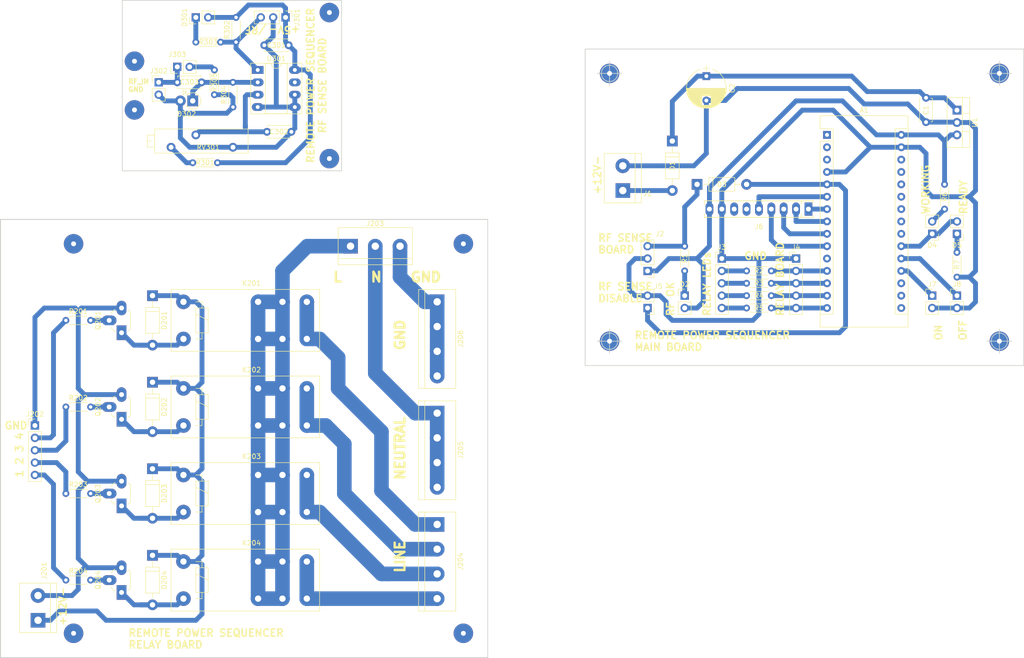
<source format=kicad_pcb>
(kicad_pcb (version 20171130) (host pcbnew 5.0.2-bee76a0~70~ubuntu16.04.1)
  (title_block (title "Remote power sequencer - Main board") (date 2018-12-21) (rev 0.0.1) (company "Futura Comunicación Popular"))
  (layers (0 F.Cu signal) (31 B.Cu signal) (34 B.Paste user) (35 F.Paste user) (36 B.SilkS user) (37 F.SilkS user) (38 B.Mask user) (39 F.Mask user) (44 Edge.Cuts user))
  (net 0 "")
  (net 1 GND)
  (net 2 "Net-(C1-Pad1)")
  (net 3 +5V)
  (net 4 "Net-(D2-Pad1)")
  (net 5 "Net-(D4-Pad2)")
  (net 6 "Net-(D5-Pad1)")
  (net 7 +12V)
  (net 8 "Net-(D3-Pad1)")
  (net 9 "Net-(J3-Pad2)")
  (net 10 "Net-(J3-Pad3)")
  (net 11 "Net-(J3-Pad4)")
  (net 12 "Net-(J3-Pad5)")
  (net 13 "Net-(A1-Pad15)")
  (net 14 "Net-(A1-Pad14)")
  (net 15 "Net-(A1-Pad13)")
  (net 16 "Net-(A1-Pad12)")
  (net 17 "Net-(A1-Pad5)")
  (net 18 "Net-(A1-Pad6)")
  (net 19 "Net-(A1-Pad10)")
  (net 20 "Net-(A1-Pad9)")
  (net 21 "Net-(A1-Pad8)")
  (net 22 "Net-(A1-Pad7)")
  (net 23 "Net-(A1-Pad19)")
  (net 24 "Net-(A1-Pad20)")
  (net 25 "Net-(A1-Pad21)")
  (net 26 "Net-(A1-Pad16)")
  (net 27 "Net-(A1-Pad28)")
  (net 28 "Net-(A1-Pad27)")
  (net 29 "Net-(A1-Pad11)")
  (net 30 "Net-(A1-Pad26)")
  (net 31 "Net-(A1-Pad25)")
  (net 32 "Net-(A1-Pad24)")
  (net 33 "Net-(A1-Pad23)")
  (net 34 "Net-(A1-Pad22)")
  (net 35 "Net-(A1-Pad3)")
  (net 36 "Net-(A1-Pad18)")
  (net 37 "Net-(A1-Pad2)")
  (net 38 "Net-(A1-Pad17)")
  (net 39 "Net-(A1-Pad1)")
  (net 40 "Net-(D201-Pad2)")
  (net 41 "Net-(D202-Pad2)")
  (net 42 "Net-(D203-Pad2)")
  (net 43 "Net-(D204-Pad2)")
  (net 44 "Net-(J6-Pad7)")
  (net 45 "Net-(J6-Pad6)")
  (net 46 /RelayBoard/CTRL_4)
  (net 47 /RelayBoard/CTRL_3)
  (net 48 /RelayBoard/CTRL_2)
  (net 49 /RelayBoard/CTRL_1)
  (net 50 Earth_Protective)
  (net 51 NEUT)
  (net 52 LINE)
  (net 53 /RelayBoard/PWR_OUT_4)
  (net 54 /RelayBoard/PWR_OUT_1)
  (net 55 /RelayBoard/PWR_OUT_3)
  (net 56 /RelayBoard/PWR_OUT_2)
  (net 57 "Net-(Q201-Pad2)")
  (net 58 "Net-(Q202-Pad2)")
  (net 59 "Net-(Q203-Pad2)")
  (net 60 "Net-(Q204-Pad2)")
  (net 61 "Net-(C302-Pad1)")
  (net 62 "Net-(C303-Pad1)")
  (net 63 "Net-(C303-Pad2)")
  (net 64 "Net-(D301-Pad1)")
  (net 65 "Net-(J301-Pad3)")
  (net 66 "Net-(J303-Pad2)")
  (net 67 "Net-(R301-Pad1)")
  (net 68 "Net-(U301-Pad7)")
  (module Socket_Strips:Socket_Strip_Straight_1x05_Pitch2.54mm (layer F.Cu) (at 52.07 147.32)
    (fp_text reference J202 (at 0 -2.33) (layer F.SilkS))
    (fp_text value RELAY_IN)
    (pad 5 thru_hole oval (at 0 10.16) (size 1.7 1.7) (drill 1) (layers *.Cu *.Mask) (net 46 /RelayBoard/CTRL_4))
    (pad 4 thru_hole oval (at 0 7.62) (size 1.7 1.7) (drill 1) (layers *.Cu *.Mask) (net 47 /RelayBoard/CTRL_3))
    (pad 3 thru_hole oval (at 0 5.08) (size 1.7 1.7) (drill 1) (layers *.Cu *.Mask) (net 48 /RelayBoard/CTRL_2))
    (pad 2 thru_hole oval (at 0 2.54) (size 1.7 1.7) (drill 1) (layers *.Cu *.Mask) (net 49 /RelayBoard/CTRL_1))
    (pad 1 thru_hole rect (at 0 0) (size 1.7 1.7) (drill 1) (layers *.Cu *.Mask) (net 1 GND))
  )
  (module Terminal_Blocks:TerminalBlock_bornier-4_P5.08mm (layer F.Cu) (at 134.62 144.78 270)
    (fp_text reference J205 (at 7.6 -4.8 270) (layer F.SilkS))
    (fp_text value NEUTRAL_OUT)
    (pad 2 thru_hole circle (at 5.08 0 270) (size 3 3) (drill 1.52) (layers *.Cu *.Mask) (net 51 NEUT))
    (pad 3 thru_hole circle (at 10.16 0 270) (size 3 3) (drill 1.52) (layers *.Cu *.Mask) (net 51 NEUT))
    (pad 1 thru_hole rect (at 0 0 270) (size 3 3) (drill 1.52) (layers *.Cu *.Mask) (net 51 NEUT))
    (pad 4 thru_hole circle (at 15.24 0 270) (size 3 3) (drill 1.52) (layers *.Cu *.Mask) (net 51 NEUT))
  )
  (module Terminal_Blocks:TerminalBlock_bornier-4_P5.08mm (layer F.Cu) (at 134.62 167.64 270)
    (fp_text reference J204 (at 7.6 -4.8 270) (layer F.SilkS))
    (fp_text value PWR_OUT)
    (pad 4 thru_hole circle (at 15.24 0 270) (size 3 3) (drill 1.52) (layers *.Cu *.Mask) (net 53 /RelayBoard/PWR_OUT_4))
    (pad 1 thru_hole rect (at 0 0 270) (size 3 3) (drill 1.52) (layers *.Cu *.Mask) (net 54 /RelayBoard/PWR_OUT_1))
    (pad 3 thru_hole circle (at 10.16 0 270) (size 3 3) (drill 1.52) (layers *.Cu *.Mask) (net 55 /RelayBoard/PWR_OUT_3))
    (pad 2 thru_hole circle (at 5.08 0 270) (size 3 3) (drill 1.52) (layers *.Cu *.Mask) (net 56 /RelayBoard/PWR_OUT_2))
  )
  (module Terminal_Blocks:TerminalBlock_bornier-3_P5.08mm (layer F.Cu) (at 116.84 110.49)
    (fp_text reference J203 (at 5.05 -4.65) (layer F.SilkS))
    (fp_text value AC_POWER_IN)
    (pad 3 thru_hole circle (at 10.16 0) (size 3 3) (drill 1.52) (layers *.Cu *.Mask) (net 50 Earth_Protective))
    (pad 2 thru_hole circle (at 5.08 0) (size 3 3) (drill 1.52) (layers *.Cu *.Mask) (net 51 NEUT))
    (pad 1 thru_hole rect (at 0 0) (size 3 3) (drill 1.52) (layers *.Cu *.Mask) (net 52 LINE))
  )
  (module Terminal_Blocks:TerminalBlock_bornier-4_P5.08mm (layer F.Cu) (at 134.62 121.92 270)
    (fp_text reference J206 (at 7.6 -4.8 270) (layer F.SilkS))
    (fp_text value EARTH_OUT)
    (pad 4 thru_hole circle (at 15.24 0 270) (size 3 3) (drill 1.52) (layers *.Cu *.Mask) (net 50 Earth_Protective))
    (pad 1 thru_hole rect (at 0 0 270) (size 3 3) (drill 1.52) (layers *.Cu *.Mask) (net 50 Earth_Protective))
    (pad 3 thru_hole circle (at 10.16 0 270) (size 3 3) (drill 1.52) (layers *.Cu *.Mask) (net 50 Earth_Protective))
    (pad 2 thru_hole circle (at 5.08 0 270) (size 3 3) (drill 1.52) (layers *.Cu *.Mask) (net 50 Earth_Protective))
  )
  (module Capacitors_ThroughHole:C_Disc_D4.7mm_W2.5mm_P5.00mm (layer F.Cu) (at 234.95 80.01 270)
    (fp_text reference C1 (at 2.54 0 270) (layer F.SilkS))
    (fp_text value 100n)
    (pad 1 thru_hole circle (at 0 0 270) (size 1.6 1.6) (drill 0.8) (layers *.Cu *.Mask) (net 2 "Net-(C1-Pad1)"))
    (pad 2 thru_hole circle (at 5 0 270) (size 1.6 1.6) (drill 0.8) (layers *.Cu *.Mask) (net 1 GND))
  )
  (module Resistors_ThroughHole:R_Axial_DIN0204_L3.6mm_D1.6mm_P5.08mm_Horizontal (layer F.Cu) (at 203.2 123.19 180)
    (fp_text reference R5 (at 2.54 0 180) (layer F.SilkS))
    (fp_text value 1k)
    (pad 1 thru_hole circle (at 0 0 180) (size 1.4 1.4) (drill 0.7) (layers *.Cu *.Mask) (net 13 "Net-(A1-Pad15)"))
    (pad 2 thru_hole oval (at 5.08 0 180) (size 1.4 1.4) (drill 0.7) (layers *.Cu *.Mask) (net 12 "Net-(J3-Pad5)"))
  )
  (module Resistors_ThroughHole:R_Axial_DIN0204_L3.6mm_D1.6mm_P5.08mm_Horizontal (layer F.Cu) (at 203.2 118.11 180)
    (fp_text reference R3 (at 2.54 0 180) (layer F.SilkS))
    (fp_text value 1k)
    (pad 1 thru_hole circle (at 0 0 180) (size 1.4 1.4) (drill 0.7) (layers *.Cu *.Mask) (net 15 "Net-(A1-Pad13)"))
    (pad 2 thru_hole oval (at 5.08 0 180) (size 1.4 1.4) (drill 0.7) (layers *.Cu *.Mask) (net 10 "Net-(J3-Pad3)"))
  )
  (module Resistors_ThroughHole:R_Axial_DIN0204_L3.6mm_D1.6mm_P5.08mm_Horizontal (layer F.Cu) (at 238.76 102.87 90)
    (fp_text reference R6 (at 2.54 0 90) (layer F.SilkS))
    (fp_text value 1k)
    (pad 1 thru_hole circle (at 0 0 90) (size 1.4 1.4) (drill 0.7) (layers *.Cu *.Mask) (net 5 "Net-(D4-Pad2)"))
    (pad 2 thru_hole oval (at 5.08 0 90) (size 1.4 1.4) (drill 0.7) (layers *.Cu *.Mask) (net 3 +5V))
  )
  (module Resistors_ThroughHole:R_Axial_DIN0204_L3.6mm_D1.6mm_P5.08mm_Horizontal (layer F.Cu) (at 185.42 110.49 270)
    (fp_text reference R1 (at 2.54 0 270) (layer F.SilkS))
    (fp_text value 1k)
    (pad 1 thru_hole circle (at 0 0 270) (size 1.4 1.4) (drill 0.7) (layers *.Cu *.Mask) (net 8 "Net-(D3-Pad1)"))
    (pad 2 thru_hole oval (at 5.08 0 270) (size 1.4 1.4) (drill 0.7) (layers *.Cu *.Mask) (net 4 "Net-(D2-Pad1)"))
  )
  (module Resistors_ThroughHole:R_Axial_DIN0204_L3.6mm_D1.6mm_P5.08mm_Horizontal (layer F.Cu) (at 203.2 115.57 180)
    (fp_text reference R2 (at 2.54 0 180) (layer F.SilkS))
    (fp_text value 1k)
    (pad 1 thru_hole circle (at 0 0 180) (size 1.4 1.4) (drill 0.7) (layers *.Cu *.Mask) (net 16 "Net-(A1-Pad12)"))
    (pad 2 thru_hole oval (at 5.08 0 180) (size 1.4 1.4) (drill 0.7) (layers *.Cu *.Mask) (net 9 "Net-(J3-Pad2)"))
  )
  (module Resistors_ThroughHole:R_Axial_DIN0204_L3.6mm_D1.6mm_P5.08mm_Horizontal (layer F.Cu) (at 203.2 120.65 180)
    (fp_text reference R4 (at 2.54 0 180) (layer F.SilkS))
    (fp_text value 1k)
    (pad 1 thru_hole circle (at 0 0 180) (size 1.4 1.4) (drill 0.7) (layers *.Cu *.Mask) (net 14 "Net-(A1-Pad14)"))
    (pad 2 thru_hole oval (at 5.08 0 180) (size 1.4 1.4) (drill 0.7) (layers *.Cu *.Mask) (net 11 "Net-(J3-Pad4)"))
  )
  (module Resistors_ThroughHole:R_Axial_DIN0204_L3.6mm_D1.6mm_P5.08mm_Horizontal (layer F.Cu) (at 241.3 111.76 270)
    (fp_text reference R7 (at 2.54 0 270) (layer F.SilkS))
    (fp_text value 1k)
    (pad 1 thru_hole circle (at 0 0 270) (size 1.4 1.4) (drill 0.7) (layers *.Cu *.Mask) (net 6 "Net-(D5-Pad1)"))
    (pad 2 thru_hole oval (at 5.08 0 270) (size 1.4 1.4) (drill 0.7) (layers *.Cu *.Mask) (net 1 GND))
  )
  (module TO_SOT_Packages_THT:TO-220-3_Vertical (layer F.Cu) (at 241.3 82.55 270)
    (fp_text reference U1 (at 2.54 -3.62 270) (layer F.SilkS))
    (fp_text value LM7805_TO220)
    (pad 3 thru_hole oval (at 5.08 0 270) (size 1.8 1.8) (drill 1) (layers *.Cu *.Mask) (net 3 +5V))
    (pad 2 thru_hole oval (at 2.54 0 270) (size 1.8 1.8) (drill 1) (layers *.Cu *.Mask) (net 1 GND))
    (pad 1 thru_hole rect (at 0 0 270) (size 1.8 1.8) (drill 1) (layers *.Cu *.Mask) (net 2 "Net-(C1-Pad1)"))
  )
  (module Socket_Strips:Socket_Strip_Straight_1x02_Pitch2.54mm (layer F.Cu) (at 241.3 120.65)
    (fp_text reference J8 (at 0 -2.33) (layer F.SilkS))
    (fp_text value OFF)
    (pad 2 thru_hole oval (at 0 2.54) (size 1.7 1.7) (drill 1) (layers *.Cu *.Mask) (net 1 GND))
    (pad 1 thru_hole rect (at 0 0) (size 1.7 1.7) (drill 1) (layers *.Cu *.Mask) (net 24 "Net-(A1-Pad20)"))
  )
  (module Socket_Strips:Socket_Strip_Straight_1x02_Pitch2.54mm (layer F.Cu) (at 241.3 107.95 180)
    (fp_text reference D5 (at 0 -2.33 180) (layer F.SilkS))
    (fp_text value READY)
    (pad 2 thru_hole oval (at 0 2.54 180) (size 1.7 1.7) (drill 1) (layers *.Cu *.Mask) (net 25 "Net-(A1-Pad21)"))
    (pad 1 thru_hole rect (at 0 0 180) (size 1.7 1.7) (drill 1) (layers *.Cu *.Mask) (net 6 "Net-(D5-Pad1)"))
  )
  (module Socket_Strips:Socket_Strip_Straight_1x02_Pitch2.54mm (layer F.Cu) (at 185.42 120.65)
    (fp_text reference D2 (at 0 -2.33) (layer F.SilkS))
    (fp_text value "RF OK")
    (pad 2 thru_hole oval (at 0 2.54) (size 1.7 1.7) (drill 1) (layers *.Cu *.Mask) (net 3 +5V))
    (pad 1 thru_hole rect (at 0 0) (size 1.7 1.7) (drill 1) (layers *.Cu *.Mask) (net 4 "Net-(D2-Pad1)"))
  )
  (module Socket_Strips:Socket_Strip_Straight_1x02_Pitch2.54mm (layer F.Cu) (at 236.22 120.65)
    (fp_text reference J7 (at 0 -2.33) (layer F.SilkS))
    (fp_text value ON)
    (pad 1 thru_hole rect (at 0 0) (size 1.7 1.7) (drill 1) (layers *.Cu *.Mask) (net 23 "Net-(A1-Pad19)"))
    (pad 2 thru_hole oval (at 0 2.54) (size 1.7 1.7) (drill 1) (layers *.Cu *.Mask) (net 1 GND))
  )
  (module Socket_Strips:Socket_Strip_Straight_1x05_Pitch2.54mm (layer F.Cu) (at 208.28 113.03)
    (fp_text reference J4 (at 0 -2.33) (layer F.SilkS))
    (fp_text value RELAY_OUT)
    (pad 5 thru_hole oval (at 0 10.16) (size 1.7 1.7) (drill 1) (layers *.Cu *.Mask) (net 13 "Net-(A1-Pad15)"))
    (pad 4 thru_hole oval (at 0 7.62) (size 1.7 1.7) (drill 1) (layers *.Cu *.Mask) (net 14 "Net-(A1-Pad14)"))
    (pad 3 thru_hole oval (at 0 5.08) (size 1.7 1.7) (drill 1) (layers *.Cu *.Mask) (net 15 "Net-(A1-Pad13)"))
    (pad 2 thru_hole oval (at 0 2.54) (size 1.7 1.7) (drill 1) (layers *.Cu *.Mask) (net 16 "Net-(A1-Pad12)"))
    (pad 1 thru_hole rect (at 0 0) (size 1.7 1.7) (drill 1) (layers *.Cu *.Mask) (net 1 GND))
  )
  (module Pin_Headers:Pin_Header_Straight_1x03_Pitch2.54mm (layer F.Cu) (at 177.8 115.57 180)
    (fp_text reference J2 (at -2.54 7.62 180) (layer F.SilkS))
    (fp_text value RF_SENSE_BOARD)
    (pad 3 thru_hole oval (at 0 5.08 180) (size 1.7 1.7) (drill 1) (layers *.Cu *.Mask) (net 8 "Net-(D3-Pad1)"))
    (pad 2 thru_hole oval (at 0 2.54 180) (size 1.7 1.7) (drill 1) (layers *.Cu *.Mask) (net 1 GND))
    (pad 1 thru_hole rect (at 0 0 180) (size 1.7 1.7) (drill 1) (layers *.Cu *.Mask) (net 3 +5V))
  )
  (module Housings_SIP:SIP9_Housing_BigPads (layer F.Cu) (at 200.66 102.87 180)
    (fp_text reference J6 (at 0 -3.6 180) (layer F.SilkS))
    (fp_text value DTMF_MODULE)
    (pad 9 thru_hole oval (at 10.16 0 270) (size 2.7 1.6) (drill 1) (layers *.Cu *.Mask) (net 3 +5V))
    (pad 8 thru_hole oval (at 7.62 0 270) (size 2.7 1.6) (drill 1) (layers *.Cu *.Mask) (net 1 GND))
    (pad 7 thru_hole oval (at 5.08 0 270) (size 2.7 1.6) (drill 1) (layers *.Cu *.Mask) (net 44 "Net-(J6-Pad7)"))
    (pad 6 thru_hole oval (at 2.54 0 270) (size 2.7 1.6) (drill 1) (layers *.Cu *.Mask) (net 45 "Net-(J6-Pad6)"))
    (pad 5 thru_hole oval (at 0 0 270) (size 2.7 1.6) (drill 1) (layers *.Cu *.Mask) (net 18 "Net-(A1-Pad6)"))
    (pad 4 thru_hole oval (at -2.54 0 270) (size 2.7 1.6) (drill 1) (layers *.Cu *.Mask) (net 19 "Net-(A1-Pad10)"))
    (pad 3 thru_hole oval (at -5.08 0 270) (size 2.7 1.6) (drill 1) (layers *.Cu *.Mask) (net 20 "Net-(A1-Pad9)"))
    (pad 2 thru_hole oval (at -7.62 0 270) (size 2.7 1.6) (drill 1) (layers *.Cu *.Mask) (net 21 "Net-(A1-Pad8)"))
    (pad 1 thru_hole rect (at -10.16 0 270) (size 2.7 1.6) (drill 1) (layers *.Cu *.Mask) (net 22 "Net-(A1-Pad7)"))
  )
  (module Socket_Strips:Socket_Strip_Straight_1x02_Pitch2.54mm (layer F.Cu) (at 236.22 107.95 180)
    (fp_text reference D4 (at 0 -2.33 180) (layer F.SilkS))
    (fp_text value WORKING)
    (pad 1 thru_hole rect (at 0 0 180) (size 1.7 1.7) (drill 1) (layers *.Cu *.Mask) (net 25 "Net-(A1-Pad21)"))
    (pad 2 thru_hole oval (at 0 2.54 180) (size 1.7 1.7) (drill 1) (layers *.Cu *.Mask) (net 5 "Net-(D4-Pad2)"))
  )
  (module Socket_Strips:Socket_Strip_Straight_1x02_Pitch2.54mm (layer F.Cu) (at 177.8 123.19 180)
    (fp_text reference J5 (at -2.2 4.445 180) (layer F.SilkS))
    (fp_text value RF_SENSE_DISABLE)
    (pad 1 thru_hole rect (at 0 0 180) (size 1.7 1.7) (drill 1) (layers *.Cu *.Mask) (net 17 "Net-(A1-Pad5)"))
    (pad 2 thru_hole oval (at 0 2.54 180) (size 1.7 1.7) (drill 1) (layers *.Cu *.Mask) (net 1 GND))
  )
  (module Terminal_Blocks:TerminalBlock_bornier-2_P5.08mm (layer F.Cu) (at 172.72 99.06 90)
    (fp_text reference J1 (at -0.635 5.08 180) (layer F.SilkS))
    (fp_text value PWR_IN)
    (pad 2 thru_hole circle (at 5.08 0 90) (size 3 3) (drill 1.52) (layers *.Cu *.Mask) (net 1 GND))
    (pad 1 thru_hole rect (at 0 0 90) (size 3 3) (drill 1.52) (layers *.Cu *.Mask) (net 7 +12V))
  )
  (module Capacitors_ThroughHole:CP_Radial_D8.0mm_P5.00mm (layer F.Cu) (at 189.865 75.565 270)
    (fp_text reference C2 (at 2.5 -5.31 270) (layer F.SilkS))
    (fp_text value 2200uF)
    (pad 2 thru_hole circle (at 5 0 270) (size 1.6 1.6) (drill 0.8) (layers *.Cu *.Mask) (net 1 GND))
    (pad 1 thru_hole rect (at 0 0 270) (size 1.6 1.6) (drill 0.8) (layers *.Cu *.Mask) (net 2 "Net-(C1-Pad1)"))
  )
  (module footprints:Arduino_Nano_WithMountingHoles (layer F.Cu) (at 214.63 87.63)
    (fp_text reference A1 (at 7.62 -5.08) (layer F.SilkS))
    (fp_text value Arduino_Nano_v3.x)
    (pad "" np_thru_hole circle (at 0 38.1) (size 1.78 1.78) (drill 1.78) (layers *.Cu *.Mask))
    (pad "" np_thru_hole circle (at 15.24 38.1) (size 1.78 1.78) (drill 1.78) (layers *.Cu *.Mask))
    (pad "" np_thru_hole circle (at 15.24 -2.54) (size 1.78 1.78) (drill 1.78) (layers *.Cu *.Mask))
    (pad "" np_thru_hole circle (at 0 -2.54) (size 1.78 1.78) (drill 1.78) (layers *.Cu *.Mask))
    (pad 16 thru_hole oval (at 15.24 35.56) (size 1.6 1.6) (drill 0.8) (layers *.Cu *.Mask) (net 26 "Net-(A1-Pad16)"))
    (pad 15 thru_hole oval (at 0 35.56) (size 1.6 1.6) (drill 0.8) (layers *.Cu *.Mask) (net 13 "Net-(A1-Pad15)"))
    (pad 30 thru_hole oval (at 15.24 0) (size 1.6 1.6) (drill 0.8) (layers *.Cu *.Mask) (net 3 +5V))
    (pad 14 thru_hole oval (at 0 33.02) (size 1.6 1.6) (drill 0.8) (layers *.Cu *.Mask) (net 14 "Net-(A1-Pad14)"))
    (pad 29 thru_hole oval (at 15.24 2.54) (size 1.6 1.6) (drill 0.8) (layers *.Cu *.Mask) (net 1 GND))
    (pad 13 thru_hole oval (at 0 30.48) (size 1.6 1.6) (drill 0.8) (layers *.Cu *.Mask) (net 15 "Net-(A1-Pad13)"))
    (pad 28 thru_hole oval (at 15.24 5.08) (size 1.6 1.6) (drill 0.8) (layers *.Cu *.Mask) (net 27 "Net-(A1-Pad28)"))
    (pad 12 thru_hole oval (at 0 27.94) (size 1.6 1.6) (drill 0.8) (layers *.Cu *.Mask) (net 16 "Net-(A1-Pad12)"))
    (pad 27 thru_hole oval (at 15.24 7.62) (size 1.6 1.6) (drill 0.8) (layers *.Cu *.Mask) (net 28 "Net-(A1-Pad27)"))
    (pad 11 thru_hole oval (at 0 25.4) (size 1.6 1.6) (drill 0.8) (layers *.Cu *.Mask) (net 29 "Net-(A1-Pad11)"))
    (pad 26 thru_hole oval (at 15.24 10.16) (size 1.6 1.6) (drill 0.8) (layers *.Cu *.Mask) (net 30 "Net-(A1-Pad26)"))
    (pad 10 thru_hole oval (at 0 22.86) (size 1.6 1.6) (drill 0.8) (layers *.Cu *.Mask) (net 19 "Net-(A1-Pad10)"))
    (pad 25 thru_hole oval (at 15.24 12.7) (size 1.6 1.6) (drill 0.8) (layers *.Cu *.Mask) (net 31 "Net-(A1-Pad25)"))
    (pad 9 thru_hole oval (at 0 20.32) (size 1.6 1.6) (drill 0.8) (layers *.Cu *.Mask) (net 20 "Net-(A1-Pad9)"))
    (pad 24 thru_hole oval (at 15.24 15.24) (size 1.6 1.6) (drill 0.8) (layers *.Cu *.Mask) (net 32 "Net-(A1-Pad24)"))
    (pad 8 thru_hole oval (at 0 17.78) (size 1.6 1.6) (drill 0.8) (layers *.Cu *.Mask) (net 21 "Net-(A1-Pad8)"))
    (pad 23 thru_hole oval (at 15.24 17.78) (size 1.6 1.6) (drill 0.8) (layers *.Cu *.Mask) (net 33 "Net-(A1-Pad23)"))
    (pad 7 thru_hole oval (at 0 15.24) (size 1.6 1.6) (drill 0.8) (layers *.Cu *.Mask) (net 22 "Net-(A1-Pad7)"))
    (pad 22 thru_hole oval (at 15.24 20.32) (size 1.6 1.6) (drill 0.8) (layers *.Cu *.Mask) (net 34 "Net-(A1-Pad22)"))
    (pad 6 thru_hole oval (at 0 12.7) (size 1.6 1.6) (drill 0.8) (layers *.Cu *.Mask) (net 18 "Net-(A1-Pad6)"))
    (pad 21 thru_hole oval (at 15.24 22.86) (size 1.6 1.6) (drill 0.8) (layers *.Cu *.Mask) (net 25 "Net-(A1-Pad21)"))
    (pad 5 thru_hole oval (at 0 10.16) (size 1.6 1.6) (drill 0.8) (layers *.Cu *.Mask) (net 17 "Net-(A1-Pad5)"))
    (pad 20 thru_hole oval (at 15.24 25.4) (size 1.6 1.6) (drill 0.8) (layers *.Cu *.Mask) (net 24 "Net-(A1-Pad20)"))
    (pad 4 thru_hole oval (at 0 7.62) (size 1.6 1.6) (drill 0.8) (layers *.Cu *.Mask) (net 1 GND))
    (pad 19 thru_hole oval (at 15.24 27.94) (size 1.6 1.6) (drill 0.8) (layers *.Cu *.Mask) (net 23 "Net-(A1-Pad19)"))
    (pad 3 thru_hole oval (at 0 5.08) (size 1.6 1.6) (drill 0.8) (layers *.Cu *.Mask) (net 35 "Net-(A1-Pad3)"))
    (pad 18 thru_hole oval (at 15.24 30.48) (size 1.6 1.6) (drill 0.8) (layers *.Cu *.Mask) (net 36 "Net-(A1-Pad18)"))
    (pad 2 thru_hole oval (at 0 2.54) (size 1.6 1.6) (drill 0.8) (layers *.Cu *.Mask) (net 37 "Net-(A1-Pad2)"))
    (pad 17 thru_hole oval (at 15.24 33.02) (size 1.6 1.6) (drill 0.8) (layers *.Cu *.Mask) (net 38 "Net-(A1-Pad17)"))
    (pad 1 thru_hole rect (at 0 0) (size 1.6 1.6) (drill 0.8) (layers *.Cu *.Mask) (net 39 "Net-(A1-Pad1)"))
  )
  (module Diodes_ThroughHole:D_DO-41_SOD81_P10.16mm_Horizontal (layer F.Cu) (at 182.88 88.9 270)
    (fp_text reference D1 (at 5.08 0 270) (layer F.SilkS))
    (fp_text value 1N4007)
    (pad 1 thru_hole rect (at 0 0 270) (size 2.2 2.2) (drill 1.1) (layers *.Cu *.Mask) (net 2 "Net-(C1-Pad1)"))
    (pad 2 thru_hole oval (at 10.16 0 270) (size 2.2 2.2) (drill 1.1) (layers *.Cu *.Mask) (net 7 +12V))
  )
  (module Diodes_ThroughHole:D_DO-41_SOD81_P10.16mm_Horizontal (layer F.Cu) (at 187.96 97.79)
    (fp_text reference D3 (at 5.08 0) (layer F.SilkS))
    (fp_text value 1N4148)
    (pad 2 thru_hole oval (at 10.16 0) (size 2.2 2.2) (drill 1.1) (layers *.Cu *.Mask) (net 17 "Net-(A1-Pad5)"))
    (pad 1 thru_hole rect (at 0 0) (size 2.2 2.2) (drill 1.1) (layers *.Cu *.Mask) (net 8 "Net-(D3-Pad1)"))
  )
  (module Socket_Strips:Socket_Strip_Straight_1x05_Pitch2.54mm (layer F.Cu) (at 193.04 113.03)
    (fp_text reference J3 (at 0 -2.33) (layer F.SilkS))
    (fp_text value RELAY_LED_OUT)
    (pad 1 thru_hole rect (at 0 0) (size 1.7 1.7) (drill 1) (layers *.Cu *.Mask) (net 1 GND))
    (pad 2 thru_hole oval (at 0 2.54) (size 1.7 1.7) (drill 1) (layers *.Cu *.Mask) (net 9 "Net-(J3-Pad2)"))
    (pad 3 thru_hole oval (at 0 5.08) (size 1.7 1.7) (drill 1) (layers *.Cu *.Mask) (net 10 "Net-(J3-Pad3)"))
    (pad 4 thru_hole oval (at 0 7.62) (size 1.7 1.7) (drill 1) (layers *.Cu *.Mask) (net 11 "Net-(J3-Pad4)"))
    (pad 5 thru_hole oval (at 0 10.16) (size 1.7 1.7) (drill 1) (layers *.Cu *.Mask) (net 12 "Net-(J3-Pad5)"))
  )
  (module Diodes_ThroughHole:D_DO-41_SOD81_P10.16mm_Horizontal (layer F.Cu) (at 76.2 120.65 270)
    (fp_text reference D201 (at 5.08 -2.41 270) (layer F.SilkS))
    (fp_text value 1N4148)
    (pad 2 thru_hole oval (at 10.16 0 270) (size 2.2 2.2) (drill 1.1) (layers *.Cu *.Mask) (net 40 "Net-(D201-Pad2)"))
    (pad 1 thru_hole rect (at 0 0 270) (size 2.2 2.2) (drill 1.1) (layers *.Cu *.Mask) (net 7 +12V))
  )
  (module Diodes_ThroughHole:D_DO-41_SOD81_P10.16mm_Horizontal (layer F.Cu) (at 76.2 138.43 270)
    (fp_text reference D202 (at 5.08 -2.41 270) (layer F.SilkS))
    (fp_text value 1N4148)
    (pad 2 thru_hole oval (at 10.16 0 270) (size 2.2 2.2) (drill 1.1) (layers *.Cu *.Mask) (net 41 "Net-(D202-Pad2)"))
    (pad 1 thru_hole rect (at 0 0 270) (size 2.2 2.2) (drill 1.1) (layers *.Cu *.Mask) (net 7 +12V))
  )
  (module Diodes_ThroughHole:D_DO-41_SOD81_P10.16mm_Horizontal (layer F.Cu) (at 76.2 156.21 270)
    (fp_text reference D203 (at 5.08 -2.41 270) (layer F.SilkS))
    (fp_text value 1N4148)
    (pad 1 thru_hole rect (at 0 0 270) (size 2.2 2.2) (drill 1.1) (layers *.Cu *.Mask) (net 7 +12V))
    (pad 2 thru_hole oval (at 10.16 0 270) (size 2.2 2.2) (drill 1.1) (layers *.Cu *.Mask) (net 42 "Net-(D203-Pad2)"))
  )
  (module Diodes_ThroughHole:D_DO-41_SOD81_P10.16mm_Horizontal (layer F.Cu) (at 76.2 173.99 270)
    (fp_text reference D204 (at 5.08 -2.41 270) (layer F.SilkS))
    (fp_text value 1N4148)
    (pad 1 thru_hole rect (at 0 0 270) (size 2.2 2.2) (drill 1.1) (layers *.Cu *.Mask) (net 7 +12V))
    (pad 2 thru_hole oval (at 10.16 0 270) (size 2.2 2.2) (drill 1.1) (layers *.Cu *.Mask) (net 43 "Net-(D204-Pad2)"))
  )
  (module Terminal_Blocks:TerminalBlock_bornier-2_P5.08mm (layer F.Cu) (at 52.705 187.325 90)
    (fp_text reference J201 (at 10.16 1.27 90) (layer F.SilkS))
    (fp_text value PWR_IN)
    (pad 2 thru_hole circle (at 5.08 0 90) (size 3 3) (drill 1.52) (layers *.Cu *.Mask) (net 1 GND))
    (pad 1 thru_hole rect (at 0 0 90) (size 3 3) (drill 1.52) (layers *.Cu *.Mask) (net 7 +12V))
  )
  (module Relays_ThroughHole:Relay_SPDT_Schrack-RP-II-1-16A-FormC_RM5mm (layer F.Cu) (at 82.55 121.92)
    (fp_text reference K201 (at 13.97 -3.81) (layer F.SilkS))
    (fp_text value RELAY_DPDT)
    (pad 14 thru_hole circle (at 25.32 0) (size 3 3) (drill 1.3) (layers *.Cu *.Mask) (net 54 /RelayBoard/PWR_OUT_1))
    (pad 11 thru_hole circle (at 20.32 7.62) (size 3 3) (drill 1.3) (layers *.Cu *.Mask) (net 52 LINE))
    (pad 12 thru_hole circle (at 15.32 0) (size 3 3) (drill 1.3) (layers *.Cu *.Mask) (net 52 LINE))
    (pad 12 thru_hole circle (at 15.32 7.62) (size 3 3) (drill 1.3) (layers *.Cu *.Mask) (net 52 LINE))
    (pad 14 thru_hole circle (at 25.32 7.62) (size 3 3) (drill 1.3) (layers *.Cu *.Mask) (net 54 /RelayBoard/PWR_OUT_1))
    (pad 11 thru_hole circle (at 20.32 0) (size 3 3) (drill 1.3) (layers *.Cu *.Mask) (net 52 LINE))
    (pad A2 thru_hole circle (at 0 7.62) (size 3 3) (drill 1.3) (layers *.Cu *.Mask) (net 40 "Net-(D201-Pad2)"))
    (pad A1 thru_hole circle (at 0 0) (size 3 3) (drill 1.3) (layers *.Cu *.Mask) (net 7 +12V))
  )
  (module Relays_ThroughHole:Relay_SPDT_Schrack-RP-II-1-16A-FormC_RM5mm (layer F.Cu) (at 82.55 139.7)
    (fp_text reference K202 (at 13.97 -3.81) (layer F.SilkS))
    (fp_text value RELAY_DPDT)
    (pad A1 thru_hole circle (at 0 0) (size 3 3) (drill 1.3) (layers *.Cu *.Mask) (net 7 +12V))
    (pad A2 thru_hole circle (at 0 7.62) (size 3 3) (drill 1.3) (layers *.Cu *.Mask) (net 41 "Net-(D202-Pad2)"))
    (pad 11 thru_hole circle (at 20.32 0) (size 3 3) (drill 1.3) (layers *.Cu *.Mask) (net 52 LINE))
    (pad 14 thru_hole circle (at 25.32 7.62) (size 3 3) (drill 1.3) (layers *.Cu *.Mask) (net 56 /RelayBoard/PWR_OUT_2))
    (pad 12 thru_hole circle (at 15.32 7.62) (size 3 3) (drill 1.3) (layers *.Cu *.Mask) (net 52 LINE))
    (pad 12 thru_hole circle (at 15.32 0) (size 3 3) (drill 1.3) (layers *.Cu *.Mask) (net 52 LINE))
    (pad 11 thru_hole circle (at 20.32 7.62) (size 3 3) (drill 1.3) (layers *.Cu *.Mask) (net 52 LINE))
    (pad 14 thru_hole circle (at 25.32 0) (size 3 3) (drill 1.3) (layers *.Cu *.Mask) (net 56 /RelayBoard/PWR_OUT_2))
  )
  (module Relays_ThroughHole:Relay_SPDT_Schrack-RP-II-1-16A-FormC_RM5mm (layer F.Cu) (at 82.55 157.48)
    (fp_text reference K203 (at 13.97 -3.81) (layer F.SilkS))
    (fp_text value RELAY_DPDT)
    (pad 14 thru_hole circle (at 25.32 0) (size 3 3) (drill 1.3) (layers *.Cu *.Mask) (net 55 /RelayBoard/PWR_OUT_3))
    (pad 11 thru_hole circle (at 20.32 7.62) (size 3 3) (drill 1.3) (layers *.Cu *.Mask) (net 52 LINE))
    (pad 12 thru_hole circle (at 15.32 0) (size 3 3) (drill 1.3) (layers *.Cu *.Mask) (net 52 LINE))
    (pad 12 thru_hole circle (at 15.32 7.62) (size 3 3) (drill 1.3) (layers *.Cu *.Mask) (net 52 LINE))
    (pad 14 thru_hole circle (at 25.32 7.62) (size 3 3) (drill 1.3) (layers *.Cu *.Mask) (net 55 /RelayBoard/PWR_OUT_3))
    (pad 11 thru_hole circle (at 20.32 0) (size 3 3) (drill 1.3) (layers *.Cu *.Mask) (net 52 LINE))
    (pad A2 thru_hole circle (at 0 7.62) (size 3 3) (drill 1.3) (layers *.Cu *.Mask) (net 42 "Net-(D203-Pad2)"))
    (pad A1 thru_hole circle (at 0 0) (size 3 3) (drill 1.3) (layers *.Cu *.Mask) (net 7 +12V))
  )
  (module Relays_ThroughHole:Relay_SPDT_Schrack-RP-II-1-16A-FormC_RM5mm (layer F.Cu) (at 82.55 175.26)
    (fp_text reference K204 (at 13.97 -3.81) (layer F.SilkS))
    (fp_text value RELAY_DPDT)
    (pad A1 thru_hole circle (at 0 0) (size 3 3) (drill 1.3) (layers *.Cu *.Mask) (net 7 +12V))
    (pad A2 thru_hole circle (at 0 7.62) (size 3 3) (drill 1.3) (layers *.Cu *.Mask) (net 43 "Net-(D204-Pad2)"))
    (pad 11 thru_hole circle (at 20.32 0) (size 3 3) (drill 1.3) (layers *.Cu *.Mask) (net 52 LINE))
    (pad 14 thru_hole circle (at 25.32 7.62) (size 3 3) (drill 1.3) (layers *.Cu *.Mask) (net 53 /RelayBoard/PWR_OUT_4))
    (pad 12 thru_hole circle (at 15.32 7.62) (size 3 3) (drill 1.3) (layers *.Cu *.Mask) (net 52 LINE))
    (pad 12 thru_hole circle (at 15.32 0) (size 3 3) (drill 1.3) (layers *.Cu *.Mask) (net 52 LINE))
    (pad 11 thru_hole circle (at 20.32 7.62) (size 3 3) (drill 1.3) (layers *.Cu *.Mask) (net 52 LINE))
    (pad 14 thru_hole circle (at 25.32 0) (size 3 3) (drill 1.3) (layers *.Cu *.Mask) (net 53 /RelayBoard/PWR_OUT_4))
  )
  (module TO_SOT_Packages_THT:TO-92_Rugged (layer F.Cu) (at 69.85 128.27 90)
    (fp_text reference Q201 (at 2.54 -4.83 90) (layer F.SilkS))
    (fp_text value BC548)
    (pad 3 thru_hole oval (at 5.08 0 180) (size 2 3) (drill 1) (layers *.Cu *.Mask) (net 1 GND))
    (pad 1 thru_hole rect (at 0 0 180) (size 2 3) (drill 1) (layers *.Cu *.Mask) (net 40 "Net-(D201-Pad2)"))
    (pad 2 thru_hole oval (at 2.54 -2.54 180) (size 3 2) (drill 1) (layers *.Cu *.Mask) (net 57 "Net-(Q201-Pad2)"))
  )
  (module TO_SOT_Packages_THT:TO-92_Rugged (layer F.Cu) (at 69.85 146.05 90)
    (fp_text reference Q202 (at 2.54 -4.83 90) (layer F.SilkS))
    (fp_text value BC548)
    (pad 3 thru_hole oval (at 5.08 0 180) (size 2 3) (drill 1) (layers *.Cu *.Mask) (net 1 GND))
    (pad 1 thru_hole rect (at 0 0 180) (size 2 3) (drill 1) (layers *.Cu *.Mask) (net 41 "Net-(D202-Pad2)"))
    (pad 2 thru_hole oval (at 2.54 -2.54 180) (size 3 2) (drill 1) (layers *.Cu *.Mask) (net 58 "Net-(Q202-Pad2)"))
  )
  (module TO_SOT_Packages_THT:TO-92_Rugged (layer F.Cu) (at 69.85 163.83 90)
    (fp_text reference Q203 (at 2.54 -4.83 90) (layer F.SilkS))
    (fp_text value BC548)
    (pad 2 thru_hole oval (at 2.54 -2.54 180) (size 3 2) (drill 1) (layers *.Cu *.Mask) (net 59 "Net-(Q203-Pad2)"))
    (pad 1 thru_hole rect (at 0 0 180) (size 2 3) (drill 1) (layers *.Cu *.Mask) (net 42 "Net-(D203-Pad2)"))
    (pad 3 thru_hole oval (at 5.08 0 180) (size 2 3) (drill 1) (layers *.Cu *.Mask) (net 1 GND))
  )
  (module TO_SOT_Packages_THT:TO-92_Rugged (layer F.Cu) (at 69.85 181.61 90)
    (fp_text reference Q204 (at 2.54 -4.83 90) (layer F.SilkS))
    (fp_text value BC548)
    (pad 2 thru_hole oval (at 2.54 -2.54 180) (size 3 2) (drill 1) (layers *.Cu *.Mask) (net 60 "Net-(Q204-Pad2)"))
    (pad 1 thru_hole rect (at 0 0 180) (size 2 3) (drill 1) (layers *.Cu *.Mask) (net 43 "Net-(D204-Pad2)"))
    (pad 3 thru_hole oval (at 5.08 0 180) (size 2 3) (drill 1) (layers *.Cu *.Mask) (net 1 GND))
  )
  (module Resistors_ThroughHole:R_Axial_DIN0204_L3.6mm_D1.6mm_P5.08mm_Horizontal (layer F.Cu) (at 58.42 125.73)
    (fp_text reference R201 (at 2.54 -1.86) (layer F.SilkS))
    (fp_text value 1k)
    (pad 1 thru_hole circle (at 0 0) (size 1.4 1.4) (drill 0.7) (layers *.Cu *.Mask) (net 49 /RelayBoard/CTRL_1))
    (pad 2 thru_hole oval (at 5.08 0) (size 1.4 1.4) (drill 0.7) (layers *.Cu *.Mask) (net 57 "Net-(Q201-Pad2)"))
  )
  (module Resistors_ThroughHole:R_Axial_DIN0204_L3.6mm_D1.6mm_P5.08mm_Horizontal (layer F.Cu) (at 58.42 143.51)
    (fp_text reference R202 (at 2.54 -1.86) (layer F.SilkS))
    (fp_text value 1k)
    (pad 2 thru_hole oval (at 5.08 0) (size 1.4 1.4) (drill 0.7) (layers *.Cu *.Mask) (net 58 "Net-(Q202-Pad2)"))
    (pad 1 thru_hole circle (at 0 0) (size 1.4 1.4) (drill 0.7) (layers *.Cu *.Mask) (net 48 /RelayBoard/CTRL_2))
  )
  (module Resistors_ThroughHole:R_Axial_DIN0204_L3.6mm_D1.6mm_P5.08mm_Horizontal (layer F.Cu) (at 58.42 161.29)
    (fp_text reference R203 (at 2.54 -1.86) (layer F.SilkS))
    (fp_text value 1k)
    (pad 2 thru_hole oval (at 5.08 0) (size 1.4 1.4) (drill 0.7) (layers *.Cu *.Mask) (net 59 "Net-(Q203-Pad2)"))
    (pad 1 thru_hole circle (at 0 0) (size 1.4 1.4) (drill 0.7) (layers *.Cu *.Mask) (net 47 /RelayBoard/CTRL_3))
  )
  (module Resistors_ThroughHole:R_Axial_DIN0204_L3.6mm_D1.6mm_P5.08mm_Horizontal (layer F.Cu) (at 58.42 179.07)
    (fp_text reference R204 (at 2.54 -1.86) (layer F.SilkS))
    (fp_text value 1k)
    (pad 1 thru_hole circle (at 0 0) (size 1.4 1.4) (drill 0.7) (layers *.Cu *.Mask) (net 46 /RelayBoard/CTRL_4))
    (pad 2 thru_hole oval (at 5.08 0) (size 1.4 1.4) (drill 0.7) (layers *.Cu *.Mask) (net 60 "Net-(Q204-Pad2)"))
  )
  (module Capacitors_ThroughHole:C_Disc_D4.7mm_W2.5mm_P5.00mm (layer F.Cu) (at 104.14 69.215 180)
    (fp_text reference C301 (at 2.54 0 180) (layer F.SilkS))
    (fp_text value 100n)
    (pad 2 thru_hole circle (at 5 0 180) (size 1.6 1.6) (drill 0.8) (layers *.Cu *.Mask) (net 1 GND))
    (pad 1 thru_hole circle (at 0 0 180) (size 1.6 1.6) (drill 0.8) (layers *.Cu *.Mask) (net 3 +5V))
  )
  (module Capacitors_ThroughHole:C_Disc_D4.7mm_W2.5mm_P5.00mm (layer F.Cu) (at 99.695 86.995)
    (fp_text reference C302 (at 2.46 0) (layer F.SilkS))
    (fp_text value 100n)
    (pad 2 thru_hole circle (at 5 0) (size 1.6 1.6) (drill 0.8) (layers *.Cu *.Mask) (net 1 GND))
    (pad 1 thru_hole circle (at 0 0) (size 1.6 1.6) (drill 0.8) (layers *.Cu *.Mask) (net 61 "Net-(C302-Pad1)"))
  )
  (module Capacitors_ThroughHole:C_Disc_D4.7mm_W2.5mm_P5.00mm (layer F.Cu) (at 86.28 76.835 180)
    (fp_text reference C303 (at 2.5 0.07 180) (layer F.SilkS))
    (fp_text value 100n)
    (pad 1 thru_hole circle (at 0 0 180) (size 1.6 1.6) (drill 0.8) (layers *.Cu *.Mask) (net 62 "Net-(C303-Pad1)"))
    (pad 2 thru_hole circle (at 5 0 180) (size 1.6 1.6) (drill 0.8) (layers *.Cu *.Mask) (net 63 "Net-(C303-Pad2)"))
  )
  (module Socket_Strips:Socket_Strip_Straight_1x02_Pitch2.54mm (layer F.Cu) (at 85.09 63.5 90)
    (fp_text reference D301 (at 0 -2.33 90) (layer F.SilkS))
    (fp_text value "RF OK")
    (pad 2 thru_hole oval (at 0 2.54 90) (size 1.7 1.7) (drill 1) (layers *.Cu *.Mask) (net 3 +5V))
    (pad 1 thru_hole rect (at 0 0 90) (size 1.7 1.7) (drill 1) (layers *.Cu *.Mask) (net 64 "Net-(D301-Pad1)"))
  )
  (module Pin_Headers:Pin_Header_Straight_1x03_Pitch2.54mm (layer F.Cu) (at 103.505 63.5 270)
    (fp_text reference J301 (at 0 -2.33 270) (layer F.SilkS))
    (fp_text value RF_SENSE_BOARD)
    (pad 3 thru_hole oval (at 0 5.08 270) (size 1.7 1.7) (drill 1) (layers *.Cu *.Mask) (net 65 "Net-(J301-Pad3)"))
    (pad 2 thru_hole oval (at 0 2.54 270) (size 1.7 1.7) (drill 1) (layers *.Cu *.Mask) (net 1 GND))
    (pad 1 thru_hole rect (at 0 0 270) (size 1.7 1.7) (drill 1) (layers *.Cu *.Mask) (net 3 +5V))
  )
  (module Socket_Strips:Socket_Strip_Straight_1x02_Pitch2.54mm (layer F.Cu) (at 77.47 76.835)
    (fp_text reference J302 (at 0 -2.33) (layer F.SilkS))
    (fp_text value RF_PROBE_IN)
    (pad 1 thru_hole rect (at 0 0) (size 1.7 1.7) (drill 1) (layers *.Cu *.Mask) (net 63 "Net-(C303-Pad2)"))
    (pad 2 thru_hole oval (at 0 2.54) (size 1.7 1.7) (drill 1) (layers *.Cu *.Mask) (net 1 GND))
  )
  (module Socket_Strips:Socket_Strip_Straight_1x02_Pitch2.54mm (layer F.Cu) (at 81.28 73.66 90)
    (fp_text reference J303 (at 2.54 0 180) (layer F.SilkS))
    (fp_text value 51_ENABLE)
    (pad 2 thru_hole oval (at 0 2.54 90) (size 1.7 1.7) (drill 1) (layers *.Cu *.Mask) (net 66 "Net-(J303-Pad2)"))
    (pad 1 thru_hole rect (at 0 0 90) (size 1.7 1.7) (drill 1) (layers *.Cu *.Mask) (net 63 "Net-(C303-Pad2)"))
  )
  (module Resistors_ThroughHole:R_Axial_DIN0204_L3.6mm_D1.6mm_P5.08mm_Horizontal (layer F.Cu) (at 84.455 93.345)
    (fp_text reference R301 (at 2.54 0) (layer F.SilkS))
    (fp_text value 10k)
    (pad 2 thru_hole oval (at 5.08 0) (size 1.4 1.4) (drill 0.7) (layers *.Cu *.Mask) (net 3 +5V))
    (pad 1 thru_hole circle (at 0 0) (size 1.4 1.4) (drill 0.7) (layers *.Cu *.Mask) (net 67 "Net-(R301-Pad1)"))
  )
  (module Resistors_ThroughHole:R_Axial_DIN0204_L3.6mm_D1.6mm_P5.08mm_Horizontal (layer F.Cu) (at 93.345 68.58 90)
    (fp_text reference R302 (at 2.54 -1.86 90) (layer F.SilkS))
    (fp_text value 1k)
    (pad 1 thru_hole circle (at 0 0 90) (size 1.4 1.4) (drill 0.7) (layers *.Cu *.Mask) (net 65 "Net-(J301-Pad3)"))
    (pad 2 thru_hole oval (at 5.08 0 90) (size 1.4 1.4) (drill 0.7) (layers *.Cu *.Mask) (net 3 +5V))
  )
  (module Resistors_ThroughHole:R_Axial_DIN0204_L3.6mm_D1.6mm_P5.08mm_Horizontal (layer F.Cu) (at 90.17 68.58 180)
    (fp_text reference R303 (at 2.54 0 180) (layer F.SilkS))
    (fp_text value 1k)
    (pad 1 thru_hole circle (at 0 0 180) (size 1.4 1.4) (drill 0.7) (layers *.Cu *.Mask) (net 65 "Net-(J301-Pad3)"))
    (pad 2 thru_hole oval (at 5.08 0 180) (size 1.4 1.4) (drill 0.7) (layers *.Cu *.Mask) (net 64 "Net-(D301-Pad1)"))
  )
  (module Resistors_ThroughHole:R_Axial_DIN0204_L3.6mm_D1.6mm_P5.08mm_Horizontal (layer F.Cu) (at 92.71 81.915 90)
    (fp_text reference R304 (at 2.54 -1.86 90) (layer F.SilkS))
    (fp_text value 100K)
    (pad 2 thru_hole oval (at 5.08 0 90) (size 1.4 1.4) (drill 0.7) (layers *.Cu *.Mask) (net 62 "Net-(C303-Pad1)"))
    (pad 1 thru_hole circle (at 0 0 90) (size 1.4 1.4) (drill 0.7) (layers *.Cu *.Mask) (net 1 GND))
  )
  (module Resistors_ThroughHole:R_Axial_DIN0204_L3.6mm_D1.6mm_P5.08mm_Horizontal (layer F.Cu) (at 88.9 79.375 90)
    (fp_text reference R305 (at 2.54 0 90) (layer F.SilkS))
    (fp_text value 51)
    (pad 2 thru_hole oval (at 5.08 0 90) (size 1.4 1.4) (drill 0.7) (layers *.Cu *.Mask) (net 66 "Net-(J303-Pad2)"))
    (pad 1 thru_hole circle (at 0 0 90) (size 1.4 1.4) (drill 0.7) (layers *.Cu *.Mask) (net 1 GND))
  )
  (module Potentiometers:Potentiometer_Trimmer_Bourns_3006P (layer F.Cu) (at 92.71 90.17)
    (fp_text reference RV301 (at -5.08 0) (layer F.SilkS))
    (fp_text value 1k)
    (pad 3 thru_hole circle (at -12.7 0) (size 1.8 1.8) (drill 1) (layers *.Cu *.Mask) (net 67 "Net-(R301-Pad1)"))
    (pad 2 thru_hole circle (at -7.62 -2.54) (size 1.8 1.8) (drill 1) (layers *.Cu *.Mask) (net 61 "Net-(C302-Pad1)"))
    (pad 1 thru_hole circle (at 0 0) (size 1.8 1.8) (drill 1) (layers *.Cu *.Mask) (net 1 GND))
  )
  (module Housings_DIP:DIP-8_W7.62mm_Socket_LongPads (layer F.Cu) (at 97.79 74.295)
    (fp_text reference U301 (at 3.81 -2.33) (layer F.SilkS))
    (fp_text value LM393)
    (pad 8 thru_hole oval (at 7.62 0) (size 2.4 1.6) (drill 0.8) (layers *.Cu *.Mask) (net 3 +5V))
    (pad 4 thru_hole oval (at 0 7.62) (size 2.4 1.6) (drill 0.8) (layers *.Cu *.Mask) (net 1 GND))
    (pad 7 thru_hole oval (at 7.62 2.54) (size 2.4 1.6) (drill 0.8) (layers *.Cu *.Mask) (net 68 "Net-(U301-Pad7)"))
    (pad 3 thru_hole oval (at 0 5.08) (size 2.4 1.6) (drill 0.8) (layers *.Cu *.Mask) (net 61 "Net-(C302-Pad1)"))
    (pad 6 thru_hole oval (at 7.62 5.08) (size 2.4 1.6) (drill 0.8) (layers *.Cu *.Mask) (net 1 GND))
    (pad 2 thru_hole oval (at 0 2.54) (size 2.4 1.6) (drill 0.8) (layers *.Cu *.Mask) (net 62 "Net-(C303-Pad1)"))
    (pad 5 thru_hole oval (at 7.62 7.62) (size 2.4 1.6) (drill 0.8) (layers *.Cu *.Mask) (net 1 GND))
    (pad 1 thru_hole rect (at 0 0) (size 2.4 1.6) (drill 0.8) (layers *.Cu *.Mask) (net 65 "Net-(J301-Pad3)"))
  )
  (module Diodes_ThroughHole:D_DO-41_SOD81_P2.54mm_Vertical_AnodeUp (layer F.Cu) (at 84.455 80.645 180)
    (fp_text reference D302 (at 1.27 -2.690635 180) (layer F.SilkS))
    (fp_text value 1N4148)
    (pad 2 thru_hole oval (at 2.54 0 180) (size 2.2 2.2) (drill 1.1) (layers *.Cu *.Mask) (net 1 GND))
    (pad 1 thru_hole rect (at 0 0 180) (size 2.2 2.2) (drill 1.1) (layers *.Cu *.Mask) (net 62 "Net-(C303-Pad1)"))
  )
  (gr_text "REMOTE POWER SEQUENCER\nRF SENSE BOARD" (at 109.855 77.47 90) (layer F.SilkS) (effects (font (size 1.5 1.5) (thickness 0.3))))
  (gr_text "RF_IN\nGND" (at 71.12 77.47) (layer F.SilkS) (effects (font (size 1 1) (thickness 0.25)) (justify left)))
  (gr_text /RF (at 99.695 66.04 180) (layer F.SilkS) (effects (font (size 1.5 1.5) (thickness 0.3)) (justify left)))
  (gr_text +5V- (at 106.68 66.04 180) (layer F.SilkS) (effects (font (size 1.5 1.5) (thickness 0.3)) (justify left)))
  (gr_line (start 115 60) (end 115 95) (layer Edge.Cuts) (width 0.15))
  (gr_line (start 70 60) (end 115 60) (layer Edge.Cuts) (width 0.15))
  (gr_line (start 70 95) (end 70 60) (layer Edge.Cuts) (width 0.15))
  (gr_line (start 115 95) (end 70 95) (layer Edge.Cuts) (width 0.15))
  (gr_line (start 145 105) (end 45 105) (layer Edge.Cuts) (width 0.2))
  (gr_line (start 145 195) (end 45 195) (layer Edge.Cuts) (width 0.2))
  (gr_line (start 45 105) (end 45 195) (layer Edge.Cuts) (width 0.2))
  (gr_text "REMOTE POWER SEQUENCER\nRELAY BOARD" (at 71.12 191.135) (layer F.SilkS) (effects (font (size 1.5 1.5) (thickness 0.3)) (justify left)))
  (gr_line (start 145 105) (end 145 195) (layer Edge.Cuts) (width 0.15))
  (gr_text LINE (at 127 177.8 90) (layer F.SilkS) (effects (font (size 2 2) (thickness 0.5)) (justify left)))
  (gr_text NEUTRAL (at 127 158.75 90) (layer F.SilkS) (effects (font (size 2 2) (thickness 0.5)) (justify left)))
  (gr_text GND (at 127 132.08 90) (layer F.SilkS) (effects (font (size 2 2) (thickness 0.5)) (justify left)))
  (gr_text "L    N    GND" (at 113.03 116.84) (layer F.SilkS) (effects (font (size 2 2) (thickness 0.5)) (justify left)))
  (gr_text +12V- (at 57.785 188.595 90) (layer F.SilkS) (effects (font (size 1.5 1.5) (thickness 0.3)) (justify left)))
  (gr_text "1 2 3 4" (at 48.895 158.115 90) (layer F.SilkS) (effects (font (size 1.5 1.5) (thickness 0.3)) (justify left)))
  (gr_text GND (at 45.72 147.32) (layer F.SilkS) (effects (font (size 1.5 1.5) (thickness 0.3)) (justify left)))
  (gr_text "REMOTE POWER SEQUENCER\nMAIN BOARD" (at 175 130) (layer F.SilkS) (effects (font (size 1.5 1.5) (thickness 0.3)) (justify left)))
  (gr_text READY (at 242.63 104.08 90) (layer F.SilkS) (effects (font (size 1.5 1.5) (thickness 0.3)) (justify left)))
  (gr_text WORKING (at 234.89 104.08 90) (layer F.SilkS) (effects (font (size 1.5 1.5) (thickness 0.3)) (justify left)))
  (gr_text OFF (at 242.5 130 90) (layer F.SilkS) (effects (font (size 1.5 1.5) (thickness 0.3)) (justify left)))
  (gr_text ON (at 237.5 130 90) (layer F.SilkS) (effects (font (size 1.5 1.5) (thickness 0.3)) (justify left)))
  (gr_text GND (at 197.5 112.5) (layer F.SilkS) (effects (font (size 1.5 1.5) (thickness 0.3)) (justify left)))
  (gr_text "RELAY BOARD" (at 205 125 90) (layer F.SilkS) (effects (font (size 1.5 1.5) (thickness 0.3)) (justify left)))
  (gr_text "RELAY LEDs" (at 190 125 90) (layer F.SilkS) (effects (font (size 1.5 1.5) (thickness 0.3)) (justify left)))
  (gr_text "RF OK" (at 182.5 125 90) (layer F.SilkS) (effects (font (size 1.5 1.5) (thickness 0.3)) (justify left)))
  (gr_text "RF SENSE\nDISABLE" (at 167.5 120) (layer F.SilkS) (effects (font (size 1.5 1.5) (thickness 0.3)) (justify left)))
  (gr_text "RF SENSE\nBOARD" (at 167.5 110) (layer F.SilkS) (effects (font (size 1.5 1.5) (thickness 0.3)) (justify left)))
  (gr_text +12V- (at 167.5 100 90) (layer F.SilkS) (effects (font (size 1.5 1.5) (thickness 0.3)) (justify left)))
  (target plus (at 250 75) (size 5) (width 0.15) (layer Edge.Cuts))
  (target plus (at 250 130) (size 5) (width 0.15) (layer Edge.Cuts))
  (target plus (at 170 130) (size 5) (width 0.15) (layer Edge.Cuts))
  (target plus (at 170 75) (size 5) (width 0.15) (layer Edge.Cuts))
  (gr_line (start 255 70) (end 165 70) (layer Edge.Cuts) (width 0.15))
  (gr_line (start 255 135) (end 165 135) (layer Edge.Cuts) (width 0.15))
  (gr_line (start 165 70) (end 165 135) (layer Edge.Cuts) (width 0.15))
  (gr_line (start 255 135) (end 255 70) (layer Edge.Cuts) (width 0.15))
  (via (at 250 75) (size 4) (drill 1) (layers F.Cu B.Cu) (net 0))
  (via (at 250 130) (size 4) (drill 1) (layers F.Cu B.Cu) (net 0))
  (via (at 170 130) (size 4) (drill 1) (layers F.Cu B.Cu) (net 0))
  (via (at 170 75) (size 4) (drill 1) (layers F.Cu B.Cu) (net 0))
  (via (at 60 190) (size 4) (drill 1) (layers F.Cu B.Cu) (net 0))
  (via (at 60 110) (size 4) (drill 1) (layers F.Cu B.Cu) (net 0))
  (via (at 140 110) (size 4) (drill 1) (layers F.Cu B.Cu) (net 0))
  (via (at 140 190) (size 4) (drill 1) (layers F.Cu B.Cu) (net 0))
  (via (at 72.5 72.5) (size 4) (drill 1) (layers F.Cu B.Cu) (net 0))
  (via (at 112.5 92.5) (size 4) (drill 1) (layers F.Cu B.Cu) (net 0))
  (via (at 112.5 62.5) (size 4) (drill 1) (layers F.Cu B.Cu) (net 0))
  (via (at 72.5 82.5) (size 4) (drill 1) (layers F.Cu B.Cu) (net 0))
  (segment (start 193.04 102.87) (end 193.04 113.03) (width 1) (layer B.Cu) (net 1))
  (segment (start 241.22 85.01) (end 241.3 85.09) (width 1) (layer B.Cu) (net 1))
  (segment (start 234.95 85.01) (end 241.22 85.01) (width 1) (layer B.Cu) (net 1))
  (segment (start 236.22 123.19) (end 241.3 123.19) (width 1) (layer B.Cu) (net 1))
  (segment (start 241.3 123.19) (end 243.84 123.19) (width 1) (layer B.Cu) (net 1))
  (segment (start 243.84 123.19) (end 245.11 121.92) (width 1) (layer B.Cu) (net 1))
  (segment (start 245.11 121.92) (end 245.11 118.11) (width 1) (layer B.Cu) (net 1))
  (segment (start 245.11 118.11) (end 243.84 116.84) (width 1) (layer B.Cu) (net 1))
  (segment (start 243.84 116.84) (end 241.3 116.84) (width 1) (layer B.Cu) (net 1))
  (segment (start 234.95 91.44) (end 233.68 90.17) (width 1) (layer B.Cu) (net 1))
  (segment (start 234.95 99.06) (end 234.95 91.44) (width 1) (layer B.Cu) (net 1))
  (segment (start 236.22 100.33) (end 234.95 99.06) (width 1) (layer B.Cu) (net 1))
  (segment (start 243.84 116.84) (end 245.11 115.57) (width 1) (layer B.Cu) (net 1))
  (segment (start 245.11 115.57) (end 245.11 101.6) (width 1) (layer B.Cu) (net 1))
  (segment (start 233.68 90.17) (end 229.87 90.17) (width 1) (layer B.Cu) (net 1))
  (segment (start 245.11 101.6) (end 243.84 100.33) (width 1) (layer B.Cu) (net 1))
  (segment (start 243.84 100.33) (end 236.22 100.33) (width 1) (layer B.Cu) (net 1))
  (segment (start 241.3 85.09) (end 243.84 85.09) (width 1) (layer B.Cu) (net 1))
  (segment (start 243.84 85.09) (end 245.11 86.36) (width 1) (layer B.Cu) (net 1))
  (segment (start 245.11 99.06) (end 243.84 100.33) (width 1) (layer B.Cu) (net 1))
  (segment (start 245.11 86.36) (end 245.11 99.06) (width 1) (layer B.Cu) (net 1))
  (segment (start 214.63 95.25) (end 218.44 95.25) (width 1) (layer B.Cu) (net 1))
  (segment (start 223.52 90.17) (end 229.87 90.17) (width 1) (layer B.Cu) (net 1))
  (segment (start 218.44 95.25) (end 223.52 90.17) (width 1) (layer B.Cu) (net 1))
  (segment (start 193.04 113.03) (end 200.66 113.03) (width 1) (layer B.Cu) (net 1))
  (segment (start 200.66 113.03) (end 208.28 113.03) (width 1) (layer B.Cu) (net 1))
  (segment (start 193.04 99.06) (end 193.04 102.87) (width 1) (layer B.Cu) (net 1))
  (segment (start 209.55 82.55) (end 193.04 99.06) (width 1) (layer B.Cu) (net 1))
  (segment (start 215.9 82.55) (end 209.55 82.55) (width 1) (layer B.Cu) (net 1))
  (segment (start 223.52 90.17) (end 215.9 82.55) (width 1) (layer B.Cu) (net 1))
  (segment (start 177.8 113.03) (end 175.26 113.03) (width 1) (layer B.Cu) (net 1))
  (segment (start 175.26 113.03) (end 173.99 114.3) (width 1) (layer B.Cu) (net 1))
  (segment (start 173.99 114.3) (end 173.99 119.38) (width 1) (layer B.Cu) (net 1))
  (segment (start 173.99 119.38) (end 175.26 120.65) (width 1) (layer B.Cu) (net 1))
  (segment (start 175.26 120.65) (end 177.8 120.65) (width 1) (layer B.Cu) (net 1))
  (segment (start 179.07 120.65) (end 177.8 120.65) (width 1) (layer B.Cu) (net 1))
  (segment (start 180.34 120.65) (end 179.07 120.65) (width 1) (layer B.Cu) (net 1))
  (segment (start 181.61 121.92) (end 180.34 120.65) (width 1) (layer B.Cu) (net 1))
  (segment (start 181.61 124.46) (end 181.61 121.92) (width 1) (layer B.Cu) (net 1))
  (segment (start 200.66 113.03) (end 200.66 124.46) (width 1) (layer B.Cu) (net 1))
  (segment (start 200.66 124.46) (end 199.39 125.73) (width 1) (layer B.Cu) (net 1))
  (segment (start 182.88 125.73) (end 181.61 124.46) (width 1) (layer B.Cu) (net 1))
  (segment (start 199.39 125.73) (end 182.88 125.73) (width 1) (layer B.Cu) (net 1))
  (segment (start 193.755 80.565) (end 189.865 80.565) (width 1) (layer B.Cu) (net 1))
  (segment (start 234.95 85.01) (end 231.22 81.28) (width 1) (layer B.Cu) (net 1))
  (segment (start 196.215 78.105) (end 193.755 80.565) (width 1) (layer B.Cu) (net 1))
  (segment (start 231.22 81.28) (end 222.25 81.28) (width 1) (layer B.Cu) (net 1))
  (segment (start 222.25 81.28) (end 219.075 78.105) (width 1) (layer B.Cu) (net 1))
  (segment (start 219.075 78.105) (end 196.215 78.105) (width 1) (layer B.Cu) (net 1))
  (segment (start 172.72 93.98) (end 187.325 93.98) (width 1) (layer B.Cu) (net 1))
  (segment (start 189.865 91.44) (end 189.865 80.565) (width 1) (layer B.Cu) (net 1))
  (segment (start 187.325 93.98) (end 189.865 91.44) (width 1) (layer B.Cu) (net 1))
  (segment (start 69.85 176.53) (end 62.865 176.53) (width 1) (layer B.Cu) (net 1))
  (segment (start 62.865 176.53) (end 60.96 174.625) (width 1) (layer B.Cu) (net 1))
  (segment (start 60.96 174.625) (end 60.96 160.655) (width 1) (layer B.Cu) (net 1))
  (segment (start 62.865 158.75) (end 69.85 158.75) (width 1) (layer B.Cu) (net 1))
  (segment (start 60.96 160.655) (end 62.865 158.75) (width 1) (layer B.Cu) (net 1))
  (segment (start 62.865 158.75) (end 60.96 156.845) (width 1) (layer B.Cu) (net 1))
  (segment (start 60.96 156.845) (end 60.96 142.24) (width 1) (layer B.Cu) (net 1))
  (segment (start 60.96 142.24) (end 62.23 140.97) (width 1) (layer B.Cu) (net 1))
  (segment (start 62.23 140.97) (end 69.85 140.97) (width 1) (layer B.Cu) (net 1))
  (segment (start 62.23 140.97) (end 60.96 139.7) (width 1) (layer B.Cu) (net 1))
  (segment (start 60.96 139.7) (end 60.96 123.825) (width 1) (layer B.Cu) (net 1))
  (segment (start 60.96 123.825) (end 61.595 123.19) (width 1) (layer B.Cu) (net 1))
  (segment (start 61.595 123.19) (end 69.85 123.19) (width 1) (layer B.Cu) (net 1))
  (segment (start 52.07 125.095) (end 52.07 147.32) (width 1) (layer B.Cu) (net 1))
  (segment (start 53.975 123.19) (end 52.07 125.095) (width 1) (layer B.Cu) (net 1))
  (segment (start 60.325 123.19) (end 53.975 123.19) (width 1) (layer B.Cu) (net 1))
  (segment (start 60.96 123.825) (end 60.325 123.19) (width 1) (layer B.Cu) (net 1))
  (segment (start 62.865 176.53) (end 62.23 176.53) (width 1) (layer B.Cu) (net 1))
  (segment (start 62.23 176.53) (end 60.96 177.8) (width 1) (layer B.Cu) (net 1))
  (segment (start 60.96 177.8) (end 60.96 180.975) (width 1) (layer B.Cu) (net 1))
  (segment (start 59.69 182.245) (end 52.705 182.245) (width 1) (layer B.Cu) (net 1))
  (segment (start 60.96 180.975) (end 59.69 182.245) (width 1) (layer B.Cu) (net 1))
  (segment (start 78.74 80.645) (end 77.47 79.375) (width 1) (layer B.Cu) (net 1))
  (segment (start 81.915 80.645) (end 78.74 80.645) (width 1) (layer B.Cu) (net 1))
  (segment (start 92.71 81.915) (end 92.71 80.01) (width 1) (layer B.Cu) (net 1))
  (segment (start 92.075 79.375) (end 88.9 79.375) (width 1) (layer B.Cu) (net 1))
  (segment (start 92.71 80.01) (end 92.075 79.375) (width 1) (layer B.Cu) (net 1))
  (segment (start 81.915 80.645) (end 81.915 82.55) (width 1) (layer B.Cu) (net 1))
  (segment (start 81.915 82.55) (end 82.55 83.185) (width 1) (layer B.Cu) (net 1))
  (segment (start 82.55 83.185) (end 91.44 83.185) (width 1) (layer B.Cu) (net 1))
  (segment (start 91.44 83.185) (end 92.71 81.915) (width 1) (layer B.Cu) (net 1))
  (segment (start 105.41 79.375) (end 105.41 81.915) (width 1) (layer B.Cu) (net 1))
  (segment (start 105.41 86.28) (end 104.695 86.995) (width 1) (layer B.Cu) (net 1))
  (segment (start 105.41 81.915) (end 105.41 86.28) (width 1) (layer B.Cu) (net 1))
  (segment (start 103.895001 87.794999) (end 103.895001 87.874999) (width 1) (layer B.Cu) (net 1))
  (segment (start 104.695 86.995) (end 103.895001 87.794999) (width 1) (layer B.Cu) (net 1))
  (segment (start 101.6 90.17) (end 92.71 90.17) (width 1) (layer B.Cu) (net 1))
  (segment (start 103.895001 87.874999) (end 101.6 90.17) (width 1) (layer B.Cu) (net 1))
  (segment (start 81.915 83.82) (end 82.55 83.185) (width 1) (layer B.Cu) (net 1))
  (segment (start 81.915 88.265) (end 81.915 83.82) (width 1) (layer B.Cu) (net 1))
  (segment (start 83.82 90.17) (end 81.915 88.265) (width 1) (layer B.Cu) (net 1))
  (segment (start 92.71 90.17) (end 83.82 90.17) (width 1) (layer B.Cu) (net 1))
  (segment (start 101.6 71.675) (end 99.14 69.215) (width 1) (layer B.Cu) (net 1))
  (segment (start 101.6 81.915) (end 101.6 71.675) (width 1) (layer B.Cu) (net 1))
  (segment (start 97.79 81.915) (end 101.6 81.915) (width 1) (layer B.Cu) (net 1))
  (segment (start 101.6 81.915) (end 105.41 81.915) (width 1) (layer B.Cu) (net 1))
  (segment (start 100.965 67.39) (end 99.14 69.215) (width 1) (layer B.Cu) (net 1))
  (segment (start 100.965 63.5) (end 100.965 67.39) (width 1) (layer B.Cu) (net 1))
  (segment (start 238.76 80.01) (end 234.95 80.01) (width 1) (layer B.Cu) (net 2))
  (segment (start 241.3 82.55) (end 238.76 80.01) (width 1) (layer B.Cu) (net 2))
  (segment (start 189.865 75.565) (end 219.71 75.565) (width 1) (layer B.Cu) (net 2))
  (segment (start 222.885 78.74) (end 219.71 75.565) (width 1) (layer B.Cu) (net 2))
  (segment (start 234.95 80.01) (end 233.68 78.74) (width 1) (layer B.Cu) (net 2))
  (segment (start 233.68 78.74) (end 222.885 78.74) (width 1) (layer B.Cu) (net 2))
  (segment (start 188.065 75.565) (end 189.865 75.565) (width 1) (layer B.Cu) (net 2))
  (segment (start 182.88 80.75) (end 188.065 75.565) (width 1) (layer B.Cu) (net 2))
  (segment (start 182.88 88.9) (end 182.88 80.75) (width 1) (layer B.Cu) (net 2))
  (segment (start 237.49 87.63) (end 229.87 87.63) (width 1) (layer B.Cu) (net 3))
  (segment (start 238.76 88.9) (end 237.49 87.63) (width 1) (layer B.Cu) (net 3))
  (segment (start 238.76 97.79) (end 238.76 88.9) (width 1) (layer B.Cu) (net 3))
  (segment (start 238.76 88.9) (end 240.03 87.63) (width 1) (layer B.Cu) (net 3))
  (segment (start 240.03 87.63) (end 241.3 87.63) (width 1) (layer B.Cu) (net 3))
  (segment (start 179.65 115.57) (end 182.19 113.03) (width 1) (layer B.Cu) (net 3))
  (segment (start 177.8 115.57) (end 179.65 115.57) (width 1) (layer B.Cu) (net 3))
  (segment (start 182.19 113.03) (end 187.96 113.03) (width 1) (layer B.Cu) (net 3))
  (segment (start 190.5 110.49) (end 190.5 102.87) (width 1) (layer B.Cu) (net 3))
  (segment (start 187.96 113.03) (end 190.5 110.49) (width 1) (layer B.Cu) (net 3))
  (segment (start 185.42 123.19) (end 187.96 123.19) (width 1) (layer B.Cu) (net 3))
  (segment (start 187.96 123.19) (end 189.23 121.92) (width 1) (layer B.Cu) (net 3))
  (segment (start 189.23 121.92) (end 189.23 114.3) (width 1) (layer B.Cu) (net 3))
  (segment (start 189.23 114.3) (end 187.96 113.03) (width 1) (layer B.Cu) (net 3))
  (segment (start 224.79 87.63) (end 229.87 87.63) (width 1) (layer B.Cu) (net 3))
  (segment (start 190.5 102.87) (end 190.5 98.425) (width 1) (layer B.Cu) (net 3))
  (segment (start 190.5 98.425) (end 208.28 80.645) (width 1) (layer B.Cu) (net 3))
  (segment (start 208.28 80.645) (end 217.805 80.645) (width 1) (layer B.Cu) (net 3))
  (segment (start 217.805 80.645) (end 224.79 87.63) (width 1) (layer B.Cu) (net 3))
  (segment (start 105.41 70.485) (end 104.14 69.215) (width 1) (layer B.Cu) (net 3))
  (segment (start 105.41 74.295) (end 105.41 70.485) (width 1) (layer B.Cu) (net 3))
  (segment (start 87.63 63.5) (end 93.345 63.5) (width 1) (layer B.Cu) (net 3))
  (segment (start 103.505 68.58) (end 104.14 69.215) (width 1) (layer B.Cu) (net 3))
  (segment (start 103.505 63.5) (end 103.505 68.58) (width 1) (layer B.Cu) (net 3))
  (segment (start 103.505 61.595) (end 102.87 60.96) (width 1) (layer B.Cu) (net 3))
  (segment (start 95.885 60.96) (end 93.345 63.5) (width 1) (layer B.Cu) (net 3))
  (segment (start 102.87 60.96) (end 95.885 60.96) (width 1) (layer B.Cu) (net 3))
  (segment (start 103.505 63.5) (end 103.505 61.595) (width 1) (layer B.Cu) (net 3))
  (segment (start 107.61 74.295) (end 105.41 74.295) (width 1) (layer B.Cu) (net 3))
  (segment (start 89.535 93.345) (end 103.505 93.345) (width 1) (layer B.Cu) (net 3))
  (segment (start 103.505 93.345) (end 108.585 88.265) (width 1) (layer B.Cu) (net 3))
  (segment (start 108.585 88.265) (end 108.585 75.27) (width 1) (layer B.Cu) (net 3))
  (segment (start 108.585 75.27) (end 107.61 74.295) (width 1) (layer B.Cu) (net 3))
  (segment (start 185.42 115.57) (end 185.42 120.65) (width 1) (layer B.Cu) (net 4))
  (segment (start 238.76 102.87) (end 236.22 105.41) (width 1) (layer B.Cu) (net 5))
  (segment (start 241.3 107.95) (end 241.3 111.76) (width 1) (layer B.Cu) (net 6))
  (segment (start 182.88 99.06) (end 172.72 99.06) (width 1) (layer B.Cu) (net 7))
  (segment (start 82.55 121.92) (end 85.09 121.92) (width 1) (layer B.Cu) (net 7))
  (segment (start 85.09 121.92) (end 86.36 123.19) (width 1) (layer B.Cu) (net 7))
  (segment (start 86.36 123.19) (end 86.36 138.43) (width 1) (layer B.Cu) (net 7))
  (segment (start 86.36 138.43) (end 85.09 139.7) (width 1) (layer B.Cu) (net 7))
  (segment (start 85.09 139.7) (end 82.55 139.7) (width 1) (layer B.Cu) (net 7))
  (segment (start 85.09 139.7) (end 86.36 140.97) (width 1) (layer B.Cu) (net 7))
  (segment (start 86.36 140.97) (end 86.36 156.21) (width 1) (layer B.Cu) (net 7))
  (segment (start 86.36 156.21) (end 85.09 157.48) (width 1) (layer B.Cu) (net 7))
  (segment (start 85.09 157.48) (end 82.55 157.48) (width 1) (layer B.Cu) (net 7))
  (segment (start 85.09 157.48) (end 86.36 158.75) (width 1) (layer B.Cu) (net 7))
  (segment (start 86.36 158.75) (end 86.36 173.99) (width 1) (layer B.Cu) (net 7))
  (segment (start 86.36 173.99) (end 85.09 175.26) (width 1) (layer B.Cu) (net 7))
  (segment (start 81.28 173.99) (end 82.55 175.26) (width 1) (layer B.Cu) (net 7))
  (segment (start 76.2 173.99) (end 81.28 173.99) (width 1) (layer B.Cu) (net 7))
  (segment (start 81.28 156.21) (end 82.55 157.48) (width 1) (layer B.Cu) (net 7))
  (segment (start 76.2 156.21) (end 81.28 156.21) (width 1) (layer B.Cu) (net 7))
  (segment (start 81.28 138.43) (end 82.55 139.7) (width 1) (layer B.Cu) (net 7))
  (segment (start 76.2 138.43) (end 81.28 138.43) (width 1) (layer B.Cu) (net 7))
  (segment (start 81.28 120.65) (end 82.55 121.92) (width 1) (layer B.Cu) (net 7))
  (segment (start 76.2 120.65) (end 81.28 120.65) (width 1) (layer B.Cu) (net 7))
  (segment (start 82.55 175.26) (end 85.09 175.26) (width 1) (layer B.Cu) (net 7))
  (segment (start 85.09 175.26) (end 85.725 175.26) (width 1) (layer B.Cu) (net 7))
  (segment (start 85.725 175.26) (end 86.36 175.895) (width 1) (layer B.Cu) (net 7))
  (segment (start 86.36 175.895) (end 86.36 186.055) (width 1) (layer B.Cu) (net 7))
  (segment (start 86.36 186.055) (end 85.09 187.325) (width 1) (layer B.Cu) (net 7))
  (segment (start 52.705 187.325) (end 55.245 187.325) (width 1) (layer B.Cu) (net 7))
  (segment (start 55.245 187.325) (end 57.15 185.42) (width 1) (layer B.Cu) (net 7))
  (segment (start 57.15 185.42) (end 64.77 185.42) (width 1) (layer B.Cu) (net 7))
  (segment (start 66.675 187.325) (end 85.09 187.325) (width 1) (layer B.Cu) (net 7))
  (segment (start 64.77 185.42) (end 66.675 187.325) (width 1) (layer B.Cu) (net 7))
  (segment (start 187.96 99.89) (end 185.42 102.43) (width 1) (layer B.Cu) (net 8))
  (segment (start 187.96 97.79) (end 187.96 99.89) (width 1) (layer B.Cu) (net 8))
  (segment (start 185.42 102.43) (end 185.42 110.49) (width 1) (layer B.Cu) (net 8))
  (segment (start 177.8 110.49) (end 185.42 110.49) (width 1) (layer B.Cu) (net 8))
  (segment (start 193.04 115.57) (end 198.12 115.57) (width 1) (layer B.Cu) (net 9))
  (segment (start 193.04 118.11) (end 198.12 118.11) (width 1) (layer B.Cu) (net 10))
  (segment (start 193.04 120.65) (end 198.12 120.65) (width 1) (layer B.Cu) (net 11))
  (segment (start 198.12 123.19) (end 193.04 123.19) (width 1) (layer B.Cu) (net 12))
  (segment (start 214.63 123.19) (end 208.28 123.19) (width 1) (layer B.Cu) (net 13))
  (segment (start 208.28 123.19) (end 203.2 123.19) (width 1) (layer B.Cu) (net 13))
  (segment (start 208.28 120.65) (end 214.63 120.65) (width 1) (layer B.Cu) (net 14))
  (segment (start 203.2 120.65) (end 208.28 120.65) (width 1) (layer B.Cu) (net 14))
  (segment (start 214.63 118.11) (end 208.28 118.11) (width 1) (layer B.Cu) (net 15))
  (segment (start 203.2 118.11) (end 208.28 118.11) (width 1) (layer B.Cu) (net 15))
  (segment (start 214.63 115.57) (end 208.28 115.57) (width 1) (layer B.Cu) (net 16))
  (segment (start 203.2 115.57) (end 208.28 115.57) (width 1) (layer B.Cu) (net 16))
  (segment (start 198.12 97.79) (end 214.63 97.79) (width 1) (layer B.Cu) (net 17))
  (segment (start 214.63 97.79) (end 217.17 97.79) (width 1) (layer B.Cu) (net 17))
  (segment (start 217.17 97.79) (end 218.44 99.06) (width 1) (layer B.Cu) (net 17))
  (segment (start 218.44 99.06) (end 218.44 127) (width 1) (layer B.Cu) (net 17))
  (segment (start 218.44 127) (end 217.17 128.27) (width 1) (layer B.Cu) (net 17))
  (segment (start 217.17 128.27) (end 180.34 128.27) (width 1) (layer B.Cu) (net 17))
  (segment (start 177.8 125.73) (end 177.8 123.19) (width 1) (layer B.Cu) (net 17))
  (segment (start 180.34 128.27) (end 177.8 125.73) (width 1) (layer B.Cu) (net 17))
  (segment (start 214.63 100.33) (end 200.66 100.33) (width 1) (layer B.Cu) (net 18))
  (segment (start 200.66 100.33) (end 200.66 102.87) (width 1) (layer B.Cu) (net 18))
  (segment (start 203.2 109.22) (end 203.2 102.87) (width 1) (layer B.Cu) (net 19))
  (segment (start 204.47 110.49) (end 203.2 109.22) (width 1) (layer B.Cu) (net 19))
  (segment (start 214.63 110.49) (end 204.47 110.49) (width 1) (layer B.Cu) (net 19))
  (segment (start 214.63 107.95) (end 207.01 107.95) (width 1) (layer B.Cu) (net 20))
  (segment (start 205.74 106.68) (end 205.74 102.87) (width 1) (layer B.Cu) (net 20))
  (segment (start 207.01 107.95) (end 205.74 106.68) (width 1) (layer B.Cu) (net 20))
  (segment (start 208.28 102.87) (end 208.28 105.41) (width 1) (layer B.Cu) (net 21))
  (segment (start 208.28 105.41) (end 214.63 105.41) (width 1) (layer B.Cu) (net 21))
  (segment (start 210.82 102.87) (end 214.63 102.87) (width 1) (layer B.Cu) (net 22))
  (segment (start 231.14 115.57) (end 236.22 120.65) (width 1) (layer B.Cu) (net 23))
  (segment (start 229.87 115.57) (end 231.14 115.57) (width 1) (layer B.Cu) (net 23))
  (segment (start 233.68 113.03) (end 229.87 113.03) (width 1) (layer B.Cu) (net 24))
  (segment (start 241.3 120.65) (end 233.68 113.03) (width 1) (layer B.Cu) (net 24))
  (segment (start 241.3 105.41) (end 240.03 105.41) (width 1) (layer B.Cu) (net 25))
  (segment (start 240.03 105.41) (end 237.49 107.95) (width 1) (layer B.Cu) (net 25))
  (segment (start 237.49 107.95) (end 236.22 107.95) (width 1) (layer B.Cu) (net 25))
  (segment (start 233.68 110.49) (end 236.22 107.95) (width 1) (layer B.Cu) (net 25))
  (segment (start 229.87 110.49) (end 233.68 110.49) (width 1) (layer B.Cu) (net 25))
  (segment (start 81.28 130.81) (end 82.55 129.54) (width 1) (layer B.Cu) (net 40))
  (segment (start 73.66 130.81) (end 81.28 130.81) (width 1) (layer B.Cu) (net 40))
  (segment (start 72.39 130.81) (end 69.85 128.27) (width 1) (layer B.Cu) (net 40))
  (segment (start 76.2 130.81) (end 72.39 130.81) (width 1) (layer B.Cu) (net 40))
  (segment (start 81.28 148.59) (end 82.55 147.32) (width 1) (layer B.Cu) (net 41))
  (segment (start 73.66 148.59) (end 81.28 148.59) (width 1) (layer B.Cu) (net 41))
  (segment (start 72.39 148.59) (end 69.85 146.05) (width 1) (layer B.Cu) (net 41))
  (segment (start 76.2 148.59) (end 72.39 148.59) (width 1) (layer B.Cu) (net 41))
  (segment (start 81.28 166.37) (end 82.55 165.1) (width 1) (layer B.Cu) (net 42))
  (segment (start 73.66 166.37) (end 81.28 166.37) (width 1) (layer B.Cu) (net 42))
  (segment (start 72.39 166.37) (end 69.85 163.83) (width 1) (layer B.Cu) (net 42))
  (segment (start 76.2 166.37) (end 72.39 166.37) (width 1) (layer B.Cu) (net 42))
  (segment (start 81.28 184.15) (end 82.55 182.88) (width 1) (layer B.Cu) (net 43))
  (segment (start 73.66 184.15) (end 81.28 184.15) (width 1) (layer B.Cu) (net 43))
  (segment (start 72.39 184.15) (end 69.85 181.61) (width 1) (layer B.Cu) (net 43))
  (segment (start 76.2 184.15) (end 72.39 184.15) (width 1) (layer B.Cu) (net 43))
  (segment (start 52.07 157.48) (end 53.975 157.48) (width 1) (layer B.Cu) (net 46))
  (segment (start 53.975 157.48) (end 55.88 159.385) (width 1) (layer B.Cu) (net 46))
  (segment (start 55.88 176.53) (end 58.42 179.07) (width 1) (layer B.Cu) (net 46))
  (segment (start 55.88 159.385) (end 55.88 176.53) (width 1) (layer B.Cu) (net 46))
  (segment (start 52.07 154.94) (end 56.515 154.94) (width 1) (layer B.Cu) (net 47))
  (segment (start 58.42 156.845) (end 58.42 161.29) (width 1) (layer B.Cu) (net 47))
  (segment (start 56.515 154.94) (end 58.42 156.845) (width 1) (layer B.Cu) (net 47))
  (segment (start 52.07 152.4) (end 56.515 152.4) (width 1) (layer B.Cu) (net 48))
  (segment (start 58.42 150.495) (end 58.42 143.51) (width 1) (layer B.Cu) (net 48))
  (segment (start 56.515 152.4) (end 58.42 150.495) (width 1) (layer B.Cu) (net 48))
  (segment (start 52.07 149.86) (end 55.245 149.86) (width 1) (layer B.Cu) (net 49))
  (segment (start 55.245 149.86) (end 55.88 149.225) (width 1) (layer B.Cu) (net 49))
  (segment (start 55.88 128.27) (end 58.42 125.73) (width 1) (layer B.Cu) (net 49))
  (segment (start 55.88 149.225) (end 55.88 128.27) (width 1) (layer B.Cu) (net 49))
  (segment (start 134.62 121.92) (end 134.62 137.16) (width 3) (layer B.Cu) (net 50))
  (segment (start 132.08 121.92) (end 134.62 121.92) (width 3) (layer B.Cu) (net 50))
  (segment (start 127 116.84) (end 132.08 121.92) (width 3) (layer B.Cu) (net 50))
  (segment (start 127 110.49) (end 127 116.84) (width 3) (layer B.Cu) (net 50))
  (segment (start 121.92 136.58) (end 130.12 144.78) (width 3) (layer B.Cu) (net 51))
  (segment (start 134.62 144.78) (end 134.62 160.02) (width 3) (layer B.Cu) (net 51))
  (segment (start 130.12 144.78) (end 134.62 144.78) (width 3) (layer B.Cu) (net 51))
  (segment (start 121.92 136.58) (end 121.92 110.49) (width 3) (layer B.Cu) (net 51))
  (segment (start 102.87 121.92) (end 102.87 129.54) (width 3) (layer B.Cu) (net 52))
  (segment (start 97.87 121.92) (end 97.87 129.54) (width 3) (layer B.Cu) (net 52))
  (segment (start 102.87 121.92) (end 97.87 121.92) (width 3) (layer B.Cu) (net 52))
  (segment (start 97.87 129.54) (end 102.87 129.54) (width 3) (layer B.Cu) (net 52))
  (segment (start 102.87 139.7) (end 99.06 139.7) (width 3) (layer B.Cu) (net 52))
  (segment (start 99.06 139.7) (end 97.87 139.7) (width 3) (layer B.Cu) (net 52))
  (segment (start 97.87 139.7) (end 97.87 147.32) (width 3) (layer B.Cu) (net 52))
  (segment (start 102.87 147.32) (end 97.87 147.32) (width 3) (layer B.Cu) (net 52))
  (segment (start 102.87 147.32) (end 102.87 139.7) (width 3) (layer B.Cu) (net 52))
  (segment (start 102.87 129.54) (end 102.87 139.7) (width 3) (layer B.Cu) (net 52))
  (segment (start 97.87 129.54) (end 97.87 139.7) (width 3) (layer B.Cu) (net 52))
  (segment (start 97.87 147.32) (end 97.87 182.88) (width 3) (layer B.Cu) (net 52))
  (segment (start 102.87 182.88) (end 102.87 147.32) (width 3) (layer B.Cu) (net 52))
  (segment (start 102.87 157.48) (end 97.87 157.48) (width 3) (layer B.Cu) (net 52))
  (segment (start 97.87 165.1) (end 102.87 165.1) (width 3) (layer B.Cu) (net 52))
  (segment (start 102.87 175.26) (end 97.87 175.26) (width 3) (layer B.Cu) (net 52))
  (segment (start 97.87 182.88) (end 102.87 182.88) (width 3) (layer B.Cu) (net 52))
  (segment (start 116.84 110.49) (end 107.95 110.49) (width 3) (layer B.Cu) (net 52))
  (segment (start 107.95 110.49) (end 102.87 115.57) (width 3) (layer B.Cu) (net 52))
  (segment (start 102.87 115.57) (end 102.87 121.92) (width 3) (layer B.Cu) (net 52))
  (segment (start 107.87 175.26) (end 107.87 182.88) (width 3) (layer B.Cu) (net 53))
  (segment (start 134.62 182.88) (end 107.87 182.88) (width 3) (layer B.Cu) (net 53))
  (segment (start 107.87 121.92) (end 107.87 129.54) (width 3) (layer B.Cu) (net 54))
  (segment (start 123.19 148.59) (end 123.19 160.71) (width 3) (layer B.Cu) (net 54))
  (segment (start 107.87 129.54) (end 110.49 129.54) (width 3) (layer B.Cu) (net 54))
  (segment (start 123.19 160.71) (end 130.12 167.64) (width 3) (layer B.Cu) (net 54))
  (segment (start 110.49 129.54) (end 114.3 133.35) (width 3) (layer B.Cu) (net 54))
  (segment (start 130.12 167.64) (end 134.62 167.64) (width 3) (layer B.Cu) (net 54))
  (segment (start 114.3 133.35) (end 114.3 139.7) (width 3) (layer B.Cu) (net 54))
  (segment (start 114.3 139.7) (end 123.19 148.59) (width 3) (layer B.Cu) (net 54))
  (segment (start 107.87 165.1) (end 107.87 157.48) (width 3) (layer B.Cu) (net 55))
  (segment (start 134.62 177.8) (end 124.46 177.8) (width 3) (layer B.Cu) (net 55))
  (segment (start 124.46 177.8) (end 123.19 177.8) (width 3) (layer B.Cu) (net 55))
  (segment (start 110.49 165.1) (end 123.19 177.8) (width 3) (layer B.Cu) (net 55))
  (segment (start 107.87 165.1) (end 110.49 165.1) (width 3) (layer B.Cu) (net 55))
  (segment (start 107.87 139.7) (end 107.87 147.32) (width 3) (layer B.Cu) (net 56))
  (segment (start 134.62 172.72) (end 127 172.72) (width 3) (layer B.Cu) (net 56))
  (segment (start 127 172.72) (end 115.57 161.29) (width 3) (layer B.Cu) (net 56))
  (segment (start 115.57 161.29) (end 115.57 151.13) (width 3) (layer B.Cu) (net 56))
  (segment (start 115.57 151.13) (end 111.76 147.32) (width 3) (layer B.Cu) (net 56))
  (segment (start 111.76 147.32) (end 107.87 147.32) (width 3) (layer B.Cu) (net 56))
  (segment (start 63.5 125.73) (end 67.31 125.73) (width 1) (layer B.Cu) (net 57))
  (segment (start 67.31 143.51) (end 63.5 143.51) (width 1) (layer B.Cu) (net 58))
  (segment (start 67.31 161.29) (end 63.5 161.29) (width 1) (layer B.Cu) (net 59))
  (segment (start 67.31 179.07) (end 63.5 179.07) (width 1) (layer B.Cu) (net 60))
  (segment (start 85.725 86.995) (end 85.09 87.63) (width 1) (layer B.Cu) (net 61))
  (segment (start 95.59 79.375) (end 95.25 79.715) (width 1) (layer B.Cu) (net 61))
  (segment (start 97.79 79.375) (end 95.59 79.375) (width 1) (layer B.Cu) (net 61))
  (segment (start 95.25 85.725) (end 95.25 86.995) (width 1) (layer B.Cu) (net 61))
  (segment (start 95.25 85.725) (end 95.25 86.36) (width 1) (layer B.Cu) (net 61))
  (segment (start 95.25 79.715) (end 95.25 85.725) (width 1) (layer B.Cu) (net 61))
  (segment (start 95.25 86.995) (end 85.725 86.995) (width 1) (layer B.Cu) (net 61))
  (segment (start 99.695 86.995) (end 95.25 86.995) (width 1) (layer B.Cu) (net 61))
  (segment (start 84.455 78.66) (end 86.28 76.835) (width 1) (layer B.Cu) (net 62))
  (segment (start 84.455 80.645) (end 84.455 78.66) (width 1) (layer B.Cu) (net 62))
  (segment (start 86.28 76.835) (end 92.71 76.835) (width 1) (layer B.Cu) (net 62))
  (segment (start 92.71 76.835) (end 97.79 76.835) (width 1) (layer B.Cu) (net 62))
  (segment (start 77.47 76.835) (end 81.28 76.835) (width 1) (layer B.Cu) (net 63))
  (segment (start 81.28 73.66) (end 81.28 76.835) (width 1) (layer B.Cu) (net 63))
  (segment (start 85.09 63.5) (end 85.09 68.58) (width 1) (layer B.Cu) (net 64))
  (segment (start 93.345 68.58) (end 90.17 68.58) (width 1) (layer B.Cu) (net 65))
  (segment (start 93.345 68.58) (end 98.425 63.5) (width 1) (layer B.Cu) (net 65))
  (segment (start 93.345 69.85) (end 97.79 74.295) (width 1) (layer B.Cu) (net 65))
  (segment (start 93.345 68.58) (end 93.345 69.85) (width 1) (layer B.Cu) (net 65))
  (segment (start 88.265 73.66) (end 88.9 74.295) (width 1) (layer B.Cu) (net 66))
  (segment (start 83.82 73.66) (end 88.265 73.66) (width 1) (layer B.Cu) (net 66))
  (segment (start 83.185 93.345) (end 80.01 90.17) (width 1) (layer B.Cu) (net 67))
  (segment (start 84.455 93.345) (end 83.185 93.345) (width 1) (layer B.Cu) (net 67))
)
</source>
